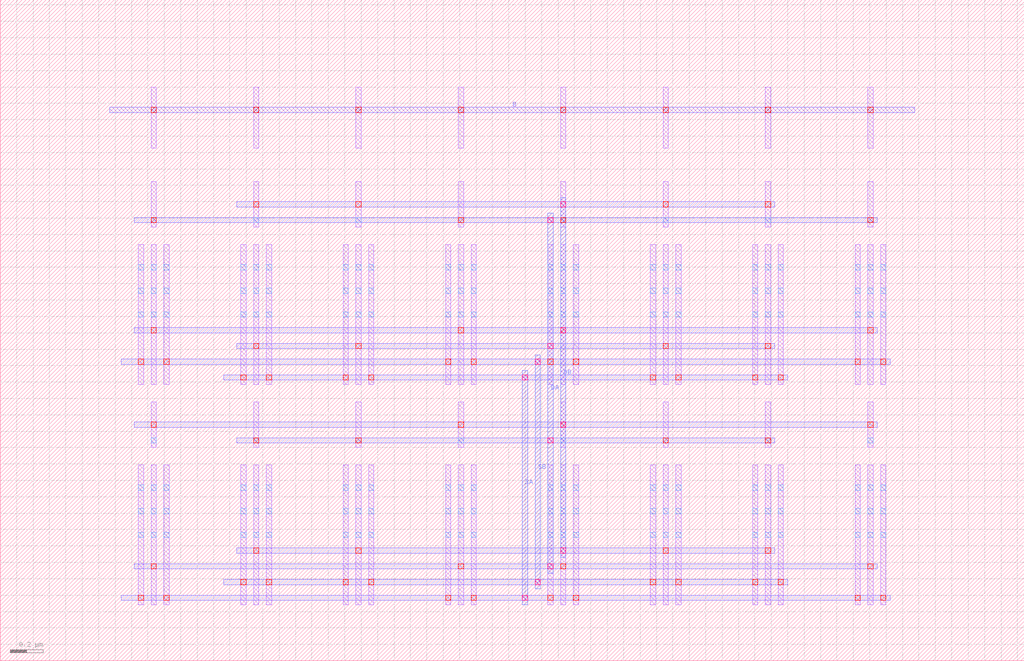
<source format=lef>
MACRO Switch_NMOS_n12_X4_Y2
  ORIGIN 0 0 ;
  FOREIGN Switch_NMOS_n12_X4_Y2 0 0 ;
  SIZE 2.3400 BY 4.0320 ;
  PIN S
    DIRECTION INOUT ;
    USE SIGNAL ;
    PORT
      LAYER M3 ;
        RECT 0.9980 0.3420 1.0300 1.7700 ;
    END
  END S
  PIN D
    DIRECTION INOUT ;
    USE SIGNAL ;
    PORT
      LAYER M3 ;
        RECT 1.0760 0.4380 1.1080 1.8660 ;
    END
  END D
  PIN G
    DIRECTION INOUT ;
    USE SIGNAL ;
    PORT
      LAYER M3 ;
        RECT 1.1540 1.3020 1.1860 2.7300 ;
    END
  END G
  PIN B
    DIRECTION INOUT ;
    USE SIGNAL ;
    PORT
      LAYER M2 ;
        RECT 0.6660 3.3440 1.6740 3.3760 ;
    END
  END B
  OBS
    LAYER M1 ;
      RECT 0.9200 0.3420 0.9520 1.1940 ;
    LAYER M1 ;
      RECT 0.9200 1.3020 0.9520 1.5780 ;
    LAYER M1 ;
      RECT 0.9200 1.6860 0.9520 2.5380 ;
    LAYER M1 ;
      RECT 0.9200 2.6460 0.9520 2.9220 ;
    LAYER M1 ;
      RECT 0.9200 3.1260 0.9520 3.4980 ;
    LAYER M1 ;
      RECT 0.8420 0.3420 0.8740 1.1940 ;
    LAYER M1 ;
      RECT 0.8420 1.6860 0.8740 2.5380 ;
    LAYER M1 ;
      RECT 0.9980 0.3420 1.0300 1.1940 ;
    LAYER M1 ;
      RECT 0.9980 1.6860 1.0300 2.5380 ;
    LAYER M1 ;
      RECT 1.0760 0.3420 1.1080 1.1940 ;
    LAYER M1 ;
      RECT 1.0760 1.3020 1.1080 1.5780 ;
    LAYER M1 ;
      RECT 1.0760 1.6860 1.1080 2.5380 ;
    LAYER M1 ;
      RECT 1.0760 2.6460 1.1080 2.9220 ;
    LAYER M1 ;
      RECT 1.1540 0.3420 1.1860 1.1940 ;
    LAYER M1 ;
      RECT 1.1540 1.6860 1.1860 2.5380 ;
    LAYER M1 ;
      RECT 1.2320 0.3420 1.2640 1.1940 ;
    LAYER M1 ;
      RECT 1.2320 1.3020 1.2640 1.5780 ;
    LAYER M1 ;
      RECT 1.2320 1.6860 1.2640 2.5380 ;
    LAYER M1 ;
      RECT 1.2320 2.6460 1.2640 2.9220 ;
    LAYER M1 ;
      RECT 1.3100 0.3420 1.3420 1.1940 ;
    LAYER M1 ;
      RECT 1.3100 1.6860 1.3420 2.5380 ;
    LAYER M1 ;
      RECT 1.3880 0.3420 1.4200 1.1940 ;
    LAYER M1 ;
      RECT 1.3880 1.3020 1.4200 1.5780 ;
    LAYER M1 ;
      RECT 1.3880 1.6860 1.4200 2.5380 ;
    LAYER M1 ;
      RECT 1.3880 2.6460 1.4200 2.9220 ;
    LAYER M1 ;
      RECT 1.3880 3.1260 1.4200 3.4980 ;
    LAYER M1 ;
      RECT 1.4660 0.3420 1.4980 1.1940 ;
    LAYER M1 ;
      RECT 1.4660 1.6860 1.4980 2.5380 ;
    LAYER M2 ;
      RECT 0.7380 0.3680 1.5240 0.4000 ;
    LAYER M2 ;
      RECT 0.8160 0.4640 1.4460 0.4960 ;
    LAYER M2 ;
      RECT 0.8160 1.3280 1.4460 1.3600 ;
    LAYER M2 ;
      RECT 0.7380 1.7120 1.5240 1.7440 ;
    LAYER M2 ;
      RECT 0.8160 1.8080 1.4460 1.8400 ;
    LAYER M2 ;
      RECT 0.8160 2.6720 1.4460 2.7040 ;
    LAYER V1 ;
      RECT 0.9200 0.4640 0.9520 0.4960 ;
    LAYER V1 ;
      RECT 0.9200 1.3280 0.9520 1.3600 ;
    LAYER V1 ;
      RECT 0.9200 1.8080 0.9520 1.8400 ;
    LAYER V1 ;
      RECT 0.9200 2.6720 0.9520 2.7040 ;
    LAYER V1 ;
      RECT 0.9200 3.3440 0.9520 3.3760 ;
    LAYER V1 ;
      RECT 1.3880 0.4640 1.4200 0.4960 ;
    LAYER V1 ;
      RECT 1.3880 1.3280 1.4200 1.3600 ;
    LAYER V1 ;
      RECT 1.3880 1.8080 1.4200 1.8400 ;
    LAYER V1 ;
      RECT 1.3880 2.6720 1.4200 2.7040 ;
    LAYER V1 ;
      RECT 1.3880 3.3440 1.4200 3.3760 ;
    LAYER V1 ;
      RECT 0.8420 0.3680 0.8740 0.4000 ;
    LAYER V1 ;
      RECT 0.8420 1.7120 0.8740 1.7440 ;
    LAYER V1 ;
      RECT 0.9980 0.3680 1.0300 0.4000 ;
    LAYER V1 ;
      RECT 0.9980 1.7120 1.0300 1.7440 ;
    LAYER V1 ;
      RECT 1.1540 0.3680 1.1860 0.4000 ;
    LAYER V1 ;
      RECT 1.1540 1.7120 1.1860 1.7440 ;
    LAYER V1 ;
      RECT 1.3100 0.3680 1.3420 0.4000 ;
    LAYER V1 ;
      RECT 1.3100 1.7120 1.3420 1.7440 ;
    LAYER V1 ;
      RECT 1.4660 0.3680 1.4980 0.4000 ;
    LAYER V1 ;
      RECT 1.4660 1.7120 1.4980 1.7440 ;
    LAYER V1 ;
      RECT 1.2320 0.4640 1.2640 0.4960 ;
    LAYER V1 ;
      RECT 1.2320 1.3280 1.2640 1.3600 ;
    LAYER V1 ;
      RECT 1.2320 1.8080 1.2640 1.8400 ;
    LAYER V1 ;
      RECT 1.2320 2.6720 1.2640 2.7040 ;
    LAYER V1 ;
      RECT 1.0760 0.4640 1.1080 0.4960 ;
    LAYER V1 ;
      RECT 1.0760 1.3280 1.1080 1.3600 ;
    LAYER V1 ;
      RECT 1.0760 1.8080 1.1080 1.8400 ;
    LAYER V1 ;
      RECT 1.0760 2.6720 1.1080 2.7040 ;
    LAYER V2 ;
      RECT 0.9980 0.3680 1.0300 0.4000 ;
    LAYER V2 ;
      RECT 0.9980 1.7120 1.0300 1.7440 ;
    LAYER V2 ;
      RECT 1.0760 0.4640 1.1080 0.4960 ;
    LAYER V2 ;
      RECT 1.0760 1.8080 1.1080 1.8400 ;
    LAYER V2 ;
      RECT 1.1540 1.3280 1.1860 1.3600 ;
    LAYER V2 ;
      RECT 1.1540 2.6720 1.1860 2.7040 ;
    LAYER V0 ;
      RECT 0.9200 0.8960 0.9520 0.9280 ;
    LAYER V0 ;
      RECT 0.9200 1.0400 0.9520 1.0720 ;
    LAYER V0 ;
      RECT 0.9200 1.3280 0.9520 1.3600 ;
    LAYER V0 ;
      RECT 0.9200 2.2400 0.9520 2.2720 ;
    LAYER V0 ;
      RECT 0.9200 2.3840 0.9520 2.4160 ;
    LAYER V0 ;
      RECT 0.9200 2.6720 0.9520 2.7040 ;
    LAYER V0 ;
      RECT 0.9200 3.3440 0.9520 3.3760 ;
    LAYER V0 ;
      RECT 0.9200 3.3440 0.9520 3.3760 ;
    LAYER V0 ;
      RECT 0.8420 0.7520 0.8740 0.7840 ;
    LAYER V0 ;
      RECT 0.8420 0.8960 0.8740 0.9280 ;
    LAYER V0 ;
      RECT 0.8420 1.0400 0.8740 1.0720 ;
    LAYER V0 ;
      RECT 0.8420 2.0960 0.8740 2.1280 ;
    LAYER V0 ;
      RECT 0.8420 2.2400 0.8740 2.2720 ;
    LAYER V0 ;
      RECT 0.8420 2.3840 0.8740 2.4160 ;
    LAYER V0 ;
      RECT 0.9980 0.7520 1.0300 0.7840 ;
    LAYER V0 ;
      RECT 0.9980 0.7520 1.0300 0.7840 ;
    LAYER V0 ;
      RECT 0.9980 0.8960 1.0300 0.9280 ;
    LAYER V0 ;
      RECT 0.9980 0.8960 1.0300 0.9280 ;
    LAYER V0 ;
      RECT 0.9980 1.0400 1.0300 1.0720 ;
    LAYER V0 ;
      RECT 0.9980 1.0400 1.0300 1.0720 ;
    LAYER V0 ;
      RECT 0.9980 2.0960 1.0300 2.1280 ;
    LAYER V0 ;
      RECT 0.9980 2.0960 1.0300 2.1280 ;
    LAYER V0 ;
      RECT 0.9980 2.2400 1.0300 2.2720 ;
    LAYER V0 ;
      RECT 0.9980 2.2400 1.0300 2.2720 ;
    LAYER V0 ;
      RECT 0.9980 2.3840 1.0300 2.4160 ;
    LAYER V0 ;
      RECT 0.9980 2.3840 1.0300 2.4160 ;
    LAYER V0 ;
      RECT 1.0760 0.7520 1.1080 0.7840 ;
    LAYER V0 ;
      RECT 1.0760 1.0400 1.1080 1.0720 ;
    LAYER V0 ;
      RECT 1.0760 1.3280 1.1080 1.3600 ;
    LAYER V0 ;
      RECT 1.0760 2.0960 1.1080 2.1280 ;
    LAYER V0 ;
      RECT 1.0760 2.3840 1.1080 2.4160 ;
    LAYER V0 ;
      RECT 1.0760 2.6720 1.1080 2.7040 ;
    LAYER V0 ;
      RECT 1.1540 0.7520 1.1860 0.7840 ;
    LAYER V0 ;
      RECT 1.1540 0.7520 1.1860 0.7840 ;
    LAYER V0 ;
      RECT 1.1540 0.8960 1.1860 0.9280 ;
    LAYER V0 ;
      RECT 1.1540 0.8960 1.1860 0.9280 ;
    LAYER V0 ;
      RECT 1.1540 1.0400 1.1860 1.0720 ;
    LAYER V0 ;
      RECT 1.1540 1.0400 1.1860 1.0720 ;
    LAYER V0 ;
      RECT 1.1540 2.0960 1.1860 2.1280 ;
    LAYER V0 ;
      RECT 1.1540 2.0960 1.1860 2.1280 ;
    LAYER V0 ;
      RECT 1.1540 2.2400 1.1860 2.2720 ;
    LAYER V0 ;
      RECT 1.1540 2.2400 1.1860 2.2720 ;
    LAYER V0 ;
      RECT 1.1540 2.3840 1.1860 2.4160 ;
    LAYER V0 ;
      RECT 1.1540 2.3840 1.1860 2.4160 ;
    LAYER V0 ;
      RECT 1.2320 0.7520 1.2640 0.7840 ;
    LAYER V0 ;
      RECT 1.2320 0.8960 1.2640 0.9280 ;
    LAYER V0 ;
      RECT 1.2320 1.3280 1.2640 1.3600 ;
    LAYER V0 ;
      RECT 1.2320 2.0960 1.2640 2.1280 ;
    LAYER V0 ;
      RECT 1.2320 2.2400 1.2640 2.2720 ;
    LAYER V0 ;
      RECT 1.2320 2.6720 1.2640 2.7040 ;
    LAYER V0 ;
      RECT 1.3100 0.7520 1.3420 0.7840 ;
    LAYER V0 ;
      RECT 1.3100 0.7520 1.3420 0.7840 ;
    LAYER V0 ;
      RECT 1.3100 0.8960 1.3420 0.9280 ;
    LAYER V0 ;
      RECT 1.3100 0.8960 1.3420 0.9280 ;
    LAYER V0 ;
      RECT 1.3100 1.0400 1.3420 1.0720 ;
    LAYER V0 ;
      RECT 1.3100 1.0400 1.3420 1.0720 ;
    LAYER V0 ;
      RECT 1.3100 2.0960 1.3420 2.1280 ;
    LAYER V0 ;
      RECT 1.3100 2.0960 1.3420 2.1280 ;
    LAYER V0 ;
      RECT 1.3100 2.2400 1.3420 2.2720 ;
    LAYER V0 ;
      RECT 1.3100 2.2400 1.3420 2.2720 ;
    LAYER V0 ;
      RECT 1.3100 2.3840 1.3420 2.4160 ;
    LAYER V0 ;
      RECT 1.3100 2.3840 1.3420 2.4160 ;
    LAYER V0 ;
      RECT 1.3880 0.8960 1.4200 0.9280 ;
    LAYER V0 ;
      RECT 1.3880 1.0400 1.4200 1.0720 ;
    LAYER V0 ;
      RECT 1.3880 1.3280 1.4200 1.3600 ;
    LAYER V0 ;
      RECT 1.3880 2.2400 1.4200 2.2720 ;
    LAYER V0 ;
      RECT 1.3880 2.3840 1.4200 2.4160 ;
    LAYER V0 ;
      RECT 1.3880 2.6720 1.4200 2.7040 ;
    LAYER V0 ;
      RECT 1.3880 3.3440 1.4200 3.3760 ;
    LAYER V0 ;
      RECT 1.3880 3.3440 1.4200 3.3760 ;
    LAYER V0 ;
      RECT 1.4660 0.7520 1.4980 0.7840 ;
    LAYER V0 ;
      RECT 1.4660 0.8960 1.4980 0.9280 ;
    LAYER V0 ;
      RECT 1.4660 1.0400 1.4980 1.0720 ;
    LAYER V0 ;
      RECT 1.4660 2.0960 1.4980 2.1280 ;
    LAYER V0 ;
      RECT 1.4660 2.2400 1.4980 2.2720 ;
    LAYER V0 ;
      RECT 1.4660 2.3840 1.4980 2.4160 ;
  END
END Switch_NMOS_n12_X4_Y2
MACRO CCP_PMOS_S_n12_X2_Y2
  ORIGIN 0 0 ;
  FOREIGN CCP_PMOS_S_n12_X2_Y2 0 0 ;
  SIZE 3.7440 BY 4.0320 ;
  PIN S
    DIRECTION INOUT ;
    USE SIGNAL ;
    PORT
      LAYER M3 ;
        RECT 1.9340 0.3420 1.9660 1.7700 ;
    END
  END S
  PIN DA
    DIRECTION INOUT ;
    USE SIGNAL ;
    PORT
      LAYER M3 ;
        RECT 2.0120 0.4380 2.0440 2.7300 ;
    END
  END DA
  PIN DB
    DIRECTION INOUT ;
    USE SIGNAL ;
    PORT
      LAYER M3 ;
        RECT 2.0900 0.5340 2.1220 2.8260 ;
    END
  END DB
  PIN B
    DIRECTION INOUT ;
    USE SIGNAL ;
    PORT
      LAYER M2 ;
        RECT 0.6660 3.3440 3.0780 3.3760 ;
    END
  END B
  OBS
    LAYER M1 ;
      RECT 0.9200 0.3420 0.9520 1.1940 ;
    LAYER M1 ;
      RECT 0.9200 1.3020 0.9520 1.5780 ;
    LAYER M1 ;
      RECT 0.9200 1.6860 0.9520 2.5380 ;
    LAYER M1 ;
      RECT 0.9200 2.6460 0.9520 2.9220 ;
    LAYER M1 ;
      RECT 0.9200 3.1260 0.9520 3.4980 ;
    LAYER M1 ;
      RECT 0.8420 0.3420 0.8740 1.1940 ;
    LAYER M1 ;
      RECT 0.8420 1.6860 0.8740 2.5380 ;
    LAYER M1 ;
      RECT 0.9980 0.3420 1.0300 1.1940 ;
    LAYER M1 ;
      RECT 0.9980 1.6860 1.0300 2.5380 ;
    LAYER M1 ;
      RECT 1.5440 0.3420 1.5760 1.1940 ;
    LAYER M1 ;
      RECT 1.5440 1.3020 1.5760 1.5780 ;
    LAYER M1 ;
      RECT 1.5440 1.6860 1.5760 2.5380 ;
    LAYER M1 ;
      RECT 1.5440 2.6460 1.5760 2.9220 ;
    LAYER M1 ;
      RECT 1.5440 3.1260 1.5760 3.4980 ;
    LAYER M1 ;
      RECT 1.4660 0.3420 1.4980 1.1940 ;
    LAYER M1 ;
      RECT 1.4660 1.6860 1.4980 2.5380 ;
    LAYER M1 ;
      RECT 1.6220 0.3420 1.6540 1.1940 ;
    LAYER M1 ;
      RECT 1.6220 1.6860 1.6540 2.5380 ;
    LAYER M1 ;
      RECT 2.1680 0.3420 2.2000 1.1940 ;
    LAYER M1 ;
      RECT 2.1680 1.3020 2.2000 1.5780 ;
    LAYER M1 ;
      RECT 2.1680 1.6860 2.2000 2.5380 ;
    LAYER M1 ;
      RECT 2.1680 2.6460 2.2000 2.9220 ;
    LAYER M1 ;
      RECT 2.1680 3.1260 2.2000 3.4980 ;
    LAYER M1 ;
      RECT 2.0900 0.3420 2.1220 1.1940 ;
    LAYER M1 ;
      RECT 2.0900 1.6860 2.1220 2.5380 ;
    LAYER M1 ;
      RECT 2.2460 0.3420 2.2780 1.1940 ;
    LAYER M1 ;
      RECT 2.2460 1.6860 2.2780 2.5380 ;
    LAYER M1 ;
      RECT 2.7920 0.3420 2.8240 1.1940 ;
    LAYER M1 ;
      RECT 2.7920 1.3020 2.8240 1.5780 ;
    LAYER M1 ;
      RECT 2.7920 1.6860 2.8240 2.5380 ;
    LAYER M1 ;
      RECT 2.7920 2.6460 2.8240 2.9220 ;
    LAYER M1 ;
      RECT 2.7920 3.1260 2.8240 3.4980 ;
    LAYER M1 ;
      RECT 2.7140 0.3420 2.7460 1.1940 ;
    LAYER M1 ;
      RECT 2.7140 1.6860 2.7460 2.5380 ;
    LAYER M1 ;
      RECT 2.8700 0.3420 2.9020 1.1940 ;
    LAYER M1 ;
      RECT 2.8700 1.6860 2.9020 2.5380 ;
    LAYER M2 ;
      RECT 0.7380 0.3680 2.9280 0.4000 ;
    LAYER M2 ;
      RECT 1.4400 1.3280 2.2260 1.3600 ;
    LAYER M2 ;
      RECT 0.8160 0.4640 2.8500 0.4960 ;
    LAYER M2 ;
      RECT 1.4400 0.5600 2.2260 0.5920 ;
    LAYER M2 ;
      RECT 0.8160 1.4240 2.8500 1.4560 ;
    LAYER M2 ;
      RECT 0.7380 1.7120 2.9280 1.7440 ;
    LAYER M2 ;
      RECT 1.4400 1.8080 2.2260 1.8400 ;
    LAYER M2 ;
      RECT 0.8160 2.6720 2.8500 2.7040 ;
    LAYER M2 ;
      RECT 1.4400 2.7680 2.2260 2.8000 ;
    LAYER M2 ;
      RECT 0.8160 1.9040 2.8500 1.9360 ;
    LAYER V1 ;
      RECT 0.9200 0.4640 0.9520 0.4960 ;
    LAYER V1 ;
      RECT 0.9200 1.4240 0.9520 1.4560 ;
    LAYER V1 ;
      RECT 0.9200 1.9040 0.9520 1.9360 ;
    LAYER V1 ;
      RECT 0.9200 2.6720 0.9520 2.7040 ;
    LAYER V1 ;
      RECT 0.9200 3.3440 0.9520 3.3760 ;
    LAYER V1 ;
      RECT 1.5440 0.5600 1.5760 0.5920 ;
    LAYER V1 ;
      RECT 1.5440 1.3280 1.5760 1.3600 ;
    LAYER V1 ;
      RECT 1.5440 1.8080 1.5760 1.8400 ;
    LAYER V1 ;
      RECT 1.5440 2.7680 1.5760 2.8000 ;
    LAYER V1 ;
      RECT 1.5440 3.3440 1.5760 3.3760 ;
    LAYER V1 ;
      RECT 2.1680 0.5600 2.2000 0.5920 ;
    LAYER V1 ;
      RECT 2.1680 1.3280 2.2000 1.3600 ;
    LAYER V1 ;
      RECT 2.1680 1.8080 2.2000 1.8400 ;
    LAYER V1 ;
      RECT 2.1680 2.7680 2.2000 2.8000 ;
    LAYER V1 ;
      RECT 2.1680 3.3440 2.2000 3.3760 ;
    LAYER V1 ;
      RECT 2.7920 0.4640 2.8240 0.4960 ;
    LAYER V1 ;
      RECT 2.7920 1.4240 2.8240 1.4560 ;
    LAYER V1 ;
      RECT 2.7920 1.9040 2.8240 1.9360 ;
    LAYER V1 ;
      RECT 2.7920 2.6720 2.8240 2.7040 ;
    LAYER V1 ;
      RECT 2.7920 3.3440 2.8240 3.3760 ;
    LAYER V1 ;
      RECT 0.8420 0.3680 0.8740 0.4000 ;
    LAYER V1 ;
      RECT 0.8420 1.7120 0.8740 1.7440 ;
    LAYER V1 ;
      RECT 0.9980 0.3680 1.0300 0.4000 ;
    LAYER V1 ;
      RECT 0.9980 1.7120 1.0300 1.7440 ;
    LAYER V1 ;
      RECT 1.4660 0.3680 1.4980 0.4000 ;
    LAYER V1 ;
      RECT 1.4660 1.7120 1.4980 1.7440 ;
    LAYER V1 ;
      RECT 1.6220 0.3680 1.6540 0.4000 ;
    LAYER V1 ;
      RECT 1.6220 1.7120 1.6540 1.7440 ;
    LAYER V1 ;
      RECT 2.0900 0.3680 2.1220 0.4000 ;
    LAYER V1 ;
      RECT 2.0900 1.7120 2.1220 1.7440 ;
    LAYER V1 ;
      RECT 2.2460 0.3680 2.2780 0.4000 ;
    LAYER V1 ;
      RECT 2.2460 1.7120 2.2780 1.7440 ;
    LAYER V1 ;
      RECT 2.7140 0.3680 2.7460 0.4000 ;
    LAYER V1 ;
      RECT 2.7140 1.7120 2.7460 1.7440 ;
    LAYER V1 ;
      RECT 2.8700 0.3680 2.9020 0.4000 ;
    LAYER V1 ;
      RECT 2.8700 1.7120 2.9020 1.7440 ;
    LAYER V2 ;
      RECT 1.9340 0.3680 1.9660 0.4000 ;
    LAYER V2 ;
      RECT 1.9340 1.7120 1.9660 1.7440 ;
    LAYER V2 ;
      RECT 2.0120 0.4640 2.0440 0.4960 ;
    LAYER V2 ;
      RECT 2.0120 1.3280 2.0440 1.3600 ;
    LAYER V2 ;
      RECT 2.0120 1.8080 2.0440 1.8400 ;
    LAYER V2 ;
      RECT 2.0120 2.6720 2.0440 2.7040 ;
    LAYER V2 ;
      RECT 2.0900 0.5600 2.1220 0.5920 ;
    LAYER V2 ;
      RECT 2.0900 1.4240 2.1220 1.4560 ;
    LAYER V2 ;
      RECT 2.0900 1.9040 2.1220 1.9360 ;
    LAYER V2 ;
      RECT 2.0900 2.7680 2.1220 2.8000 ;
    LAYER V0 ;
      RECT 0.9200 0.7520 0.9520 0.7840 ;
    LAYER V0 ;
      RECT 0.9200 0.8960 0.9520 0.9280 ;
    LAYER V0 ;
      RECT 0.9200 1.0400 0.9520 1.0720 ;
    LAYER V0 ;
      RECT 0.9200 1.3280 0.9520 1.3600 ;
    LAYER V0 ;
      RECT 0.9200 2.0960 0.9520 2.1280 ;
    LAYER V0 ;
      RECT 0.9200 2.2400 0.9520 2.2720 ;
    LAYER V0 ;
      RECT 0.9200 2.3840 0.9520 2.4160 ;
    LAYER V0 ;
      RECT 0.9200 2.6720 0.9520 2.7040 ;
    LAYER V0 ;
      RECT 0.9200 3.3440 0.9520 3.3760 ;
    LAYER V0 ;
      RECT 0.9200 3.3440 0.9520 3.3760 ;
    LAYER V0 ;
      RECT 0.8420 0.7520 0.8740 0.7840 ;
    LAYER V0 ;
      RECT 0.8420 0.8960 0.8740 0.9280 ;
    LAYER V0 ;
      RECT 0.8420 1.0400 0.8740 1.0720 ;
    LAYER V0 ;
      RECT 0.8420 2.0960 0.8740 2.1280 ;
    LAYER V0 ;
      RECT 0.8420 2.2400 0.8740 2.2720 ;
    LAYER V0 ;
      RECT 0.8420 2.3840 0.8740 2.4160 ;
    LAYER V0 ;
      RECT 0.9980 0.7520 1.0300 0.7840 ;
    LAYER V0 ;
      RECT 0.9980 0.8960 1.0300 0.9280 ;
    LAYER V0 ;
      RECT 0.9980 1.0400 1.0300 1.0720 ;
    LAYER V0 ;
      RECT 0.9980 2.0960 1.0300 2.1280 ;
    LAYER V0 ;
      RECT 0.9980 2.2400 1.0300 2.2720 ;
    LAYER V0 ;
      RECT 0.9980 2.3840 1.0300 2.4160 ;
    LAYER V0 ;
      RECT 1.5440 0.7520 1.5760 0.7840 ;
    LAYER V0 ;
      RECT 1.5440 0.8960 1.5760 0.9280 ;
    LAYER V0 ;
      RECT 1.5440 1.0400 1.5760 1.0720 ;
    LAYER V0 ;
      RECT 1.5440 1.3280 1.5760 1.3600 ;
    LAYER V0 ;
      RECT 1.5440 2.0960 1.5760 2.1280 ;
    LAYER V0 ;
      RECT 1.5440 2.2400 1.5760 2.2720 ;
    LAYER V0 ;
      RECT 1.5440 2.3840 1.5760 2.4160 ;
    LAYER V0 ;
      RECT 1.5440 2.6720 1.5760 2.7040 ;
    LAYER V0 ;
      RECT 1.5440 3.3440 1.5760 3.3760 ;
    LAYER V0 ;
      RECT 1.5440 3.3440 1.5760 3.3760 ;
    LAYER V0 ;
      RECT 1.4660 0.7520 1.4980 0.7840 ;
    LAYER V0 ;
      RECT 1.4660 0.8960 1.4980 0.9280 ;
    LAYER V0 ;
      RECT 1.4660 1.0400 1.4980 1.0720 ;
    LAYER V0 ;
      RECT 1.4660 2.0960 1.4980 2.1280 ;
    LAYER V0 ;
      RECT 1.4660 2.2400 1.4980 2.2720 ;
    LAYER V0 ;
      RECT 1.4660 2.3840 1.4980 2.4160 ;
    LAYER V0 ;
      RECT 1.6220 0.7520 1.6540 0.7840 ;
    LAYER V0 ;
      RECT 1.6220 0.8960 1.6540 0.9280 ;
    LAYER V0 ;
      RECT 1.6220 1.0400 1.6540 1.0720 ;
    LAYER V0 ;
      RECT 1.6220 2.0960 1.6540 2.1280 ;
    LAYER V0 ;
      RECT 1.6220 2.2400 1.6540 2.2720 ;
    LAYER V0 ;
      RECT 1.6220 2.3840 1.6540 2.4160 ;
    LAYER V0 ;
      RECT 2.1680 0.7520 2.2000 0.7840 ;
    LAYER V0 ;
      RECT 2.1680 0.8960 2.2000 0.9280 ;
    LAYER V0 ;
      RECT 2.1680 1.0400 2.2000 1.0720 ;
    LAYER V0 ;
      RECT 2.1680 1.3280 2.2000 1.3600 ;
    LAYER V0 ;
      RECT 2.1680 2.0960 2.2000 2.1280 ;
    LAYER V0 ;
      RECT 2.1680 2.2400 2.2000 2.2720 ;
    LAYER V0 ;
      RECT 2.1680 2.3840 2.2000 2.4160 ;
    LAYER V0 ;
      RECT 2.1680 2.6720 2.2000 2.7040 ;
    LAYER V0 ;
      RECT 2.1680 3.3440 2.2000 3.3760 ;
    LAYER V0 ;
      RECT 2.1680 3.3440 2.2000 3.3760 ;
    LAYER V0 ;
      RECT 2.0900 0.7520 2.1220 0.7840 ;
    LAYER V0 ;
      RECT 2.0900 0.8960 2.1220 0.9280 ;
    LAYER V0 ;
      RECT 2.0900 1.0400 2.1220 1.0720 ;
    LAYER V0 ;
      RECT 2.0900 2.0960 2.1220 2.1280 ;
    LAYER V0 ;
      RECT 2.0900 2.2400 2.1220 2.2720 ;
    LAYER V0 ;
      RECT 2.0900 2.3840 2.1220 2.4160 ;
    LAYER V0 ;
      RECT 2.2460 0.7520 2.2780 0.7840 ;
    LAYER V0 ;
      RECT 2.2460 0.8960 2.2780 0.9280 ;
    LAYER V0 ;
      RECT 2.2460 1.0400 2.2780 1.0720 ;
    LAYER V0 ;
      RECT 2.2460 2.0960 2.2780 2.1280 ;
    LAYER V0 ;
      RECT 2.2460 2.2400 2.2780 2.2720 ;
    LAYER V0 ;
      RECT 2.2460 2.3840 2.2780 2.4160 ;
    LAYER V0 ;
      RECT 2.7920 0.7520 2.8240 0.7840 ;
    LAYER V0 ;
      RECT 2.7920 0.8960 2.8240 0.9280 ;
    LAYER V0 ;
      RECT 2.7920 1.0400 2.8240 1.0720 ;
    LAYER V0 ;
      RECT 2.7920 1.3280 2.8240 1.3600 ;
    LAYER V0 ;
      RECT 2.7920 2.0960 2.8240 2.1280 ;
    LAYER V0 ;
      RECT 2.7920 2.2400 2.8240 2.2720 ;
    LAYER V0 ;
      RECT 2.7920 2.3840 2.8240 2.4160 ;
    LAYER V0 ;
      RECT 2.7920 2.6720 2.8240 2.7040 ;
    LAYER V0 ;
      RECT 2.7920 3.3440 2.8240 3.3760 ;
    LAYER V0 ;
      RECT 2.7920 3.3440 2.8240 3.3760 ;
    LAYER V0 ;
      RECT 2.7140 0.7520 2.7460 0.7840 ;
    LAYER V0 ;
      RECT 2.7140 0.8960 2.7460 0.9280 ;
    LAYER V0 ;
      RECT 2.7140 1.0400 2.7460 1.0720 ;
    LAYER V0 ;
      RECT 2.7140 2.0960 2.7460 2.1280 ;
    LAYER V0 ;
      RECT 2.7140 2.2400 2.7460 2.2720 ;
    LAYER V0 ;
      RECT 2.7140 2.3840 2.7460 2.4160 ;
    LAYER V0 ;
      RECT 2.8700 0.7520 2.9020 0.7840 ;
    LAYER V0 ;
      RECT 2.8700 0.8960 2.9020 0.9280 ;
    LAYER V0 ;
      RECT 2.8700 1.0400 2.9020 1.0720 ;
    LAYER V0 ;
      RECT 2.8700 2.0960 2.9020 2.1280 ;
    LAYER V0 ;
      RECT 2.8700 2.2400 2.9020 2.2720 ;
    LAYER V0 ;
      RECT 2.8700 2.3840 2.9020 2.4160 ;
  END
END CCP_PMOS_S_n12_X2_Y2
MACRO Switch_PMOS_n12_X2_Y2
  ORIGIN 0 0 ;
  FOREIGN Switch_PMOS_n12_X2_Y2 0 0 ;
  SIZE 2.0280 BY 4.0320 ;
  PIN S
    DIRECTION INOUT ;
    USE SIGNAL ;
    PORT
      LAYER M3 ;
        RECT 0.8420 0.3420 0.8740 1.7700 ;
    END
  END S
  PIN D
    DIRECTION INOUT ;
    USE SIGNAL ;
    PORT
      LAYER M3 ;
        RECT 0.9200 0.4380 0.9520 1.8660 ;
    END
  END D
  PIN G
    DIRECTION INOUT ;
    USE SIGNAL ;
    PORT
      LAYER M3 ;
        RECT 0.9980 1.3020 1.0300 2.7300 ;
    END
  END G
  PIN B
    DIRECTION INOUT ;
    USE SIGNAL ;
    PORT
      LAYER M2 ;
        RECT 0.6660 3.3440 1.3620 3.3760 ;
    END
  END B
  OBS
    LAYER M1 ;
      RECT 0.9200 0.3420 0.9520 1.1940 ;
    LAYER M1 ;
      RECT 0.9200 1.3020 0.9520 1.5780 ;
    LAYER M1 ;
      RECT 0.9200 1.6860 0.9520 2.5380 ;
    LAYER M1 ;
      RECT 0.9200 2.6460 0.9520 2.9220 ;
    LAYER M1 ;
      RECT 0.9200 3.1260 0.9520 3.4980 ;
    LAYER M1 ;
      RECT 0.8420 0.3420 0.8740 1.1940 ;
    LAYER M1 ;
      RECT 0.8420 1.6860 0.8740 2.5380 ;
    LAYER M1 ;
      RECT 0.9980 0.3420 1.0300 1.1940 ;
    LAYER M1 ;
      RECT 0.9980 1.6860 1.0300 2.5380 ;
    LAYER M1 ;
      RECT 1.0760 0.3420 1.1080 1.1940 ;
    LAYER M1 ;
      RECT 1.0760 1.3020 1.1080 1.5780 ;
    LAYER M1 ;
      RECT 1.0760 1.6860 1.1080 2.5380 ;
    LAYER M1 ;
      RECT 1.0760 2.6460 1.1080 2.9220 ;
    LAYER M1 ;
      RECT 1.1540 0.3420 1.1860 1.1940 ;
    LAYER M1 ;
      RECT 1.1540 1.6860 1.1860 2.5380 ;
    LAYER M2 ;
      RECT 0.7380 0.3680 1.2120 0.4000 ;
    LAYER M2 ;
      RECT 0.8160 0.4640 1.1340 0.4960 ;
    LAYER M2 ;
      RECT 0.8160 1.3280 1.1340 1.3600 ;
    LAYER M2 ;
      RECT 0.7380 1.7120 1.2120 1.7440 ;
    LAYER M2 ;
      RECT 0.8160 1.8080 1.1340 1.8400 ;
    LAYER M2 ;
      RECT 0.8160 2.6720 1.1340 2.7040 ;
    LAYER V1 ;
      RECT 0.9200 0.4640 0.9520 0.4960 ;
    LAYER V1 ;
      RECT 0.9200 1.3280 0.9520 1.3600 ;
    LAYER V1 ;
      RECT 0.9200 1.8080 0.9520 1.8400 ;
    LAYER V1 ;
      RECT 0.9200 2.6720 0.9520 2.7040 ;
    LAYER V1 ;
      RECT 0.9200 3.3440 0.9520 3.3760 ;
    LAYER V1 ;
      RECT 0.8420 0.3680 0.8740 0.4000 ;
    LAYER V1 ;
      RECT 0.8420 1.7120 0.8740 1.7440 ;
    LAYER V1 ;
      RECT 0.9980 0.3680 1.0300 0.4000 ;
    LAYER V1 ;
      RECT 0.9980 1.7120 1.0300 1.7440 ;
    LAYER V1 ;
      RECT 1.1540 0.3680 1.1860 0.4000 ;
    LAYER V1 ;
      RECT 1.1540 1.7120 1.1860 1.7440 ;
    LAYER V1 ;
      RECT 1.0760 0.4640 1.1080 0.4960 ;
    LAYER V1 ;
      RECT 1.0760 1.3280 1.1080 1.3600 ;
    LAYER V1 ;
      RECT 1.0760 1.8080 1.1080 1.8400 ;
    LAYER V1 ;
      RECT 1.0760 2.6720 1.1080 2.7040 ;
    LAYER V2 ;
      RECT 0.8420 0.3680 0.8740 0.4000 ;
    LAYER V2 ;
      RECT 0.8420 1.7120 0.8740 1.7440 ;
    LAYER V2 ;
      RECT 0.9200 0.4640 0.9520 0.4960 ;
    LAYER V2 ;
      RECT 0.9200 1.8080 0.9520 1.8400 ;
    LAYER V2 ;
      RECT 0.9980 1.3280 1.0300 1.3600 ;
    LAYER V2 ;
      RECT 0.9980 2.6720 1.0300 2.7040 ;
    LAYER V0 ;
      RECT 0.9200 0.8960 0.9520 0.9280 ;
    LAYER V0 ;
      RECT 0.9200 1.0400 0.9520 1.0720 ;
    LAYER V0 ;
      RECT 0.9200 1.3280 0.9520 1.3600 ;
    LAYER V0 ;
      RECT 0.9200 2.2400 0.9520 2.2720 ;
    LAYER V0 ;
      RECT 0.9200 2.3840 0.9520 2.4160 ;
    LAYER V0 ;
      RECT 0.9200 2.6720 0.9520 2.7040 ;
    LAYER V0 ;
      RECT 0.9200 3.3440 0.9520 3.3760 ;
    LAYER V0 ;
      RECT 0.9200 3.3440 0.9520 3.3760 ;
    LAYER V0 ;
      RECT 0.8420 0.7520 0.8740 0.7840 ;
    LAYER V0 ;
      RECT 0.8420 0.8960 0.8740 0.9280 ;
    LAYER V0 ;
      RECT 0.8420 1.0400 0.8740 1.0720 ;
    LAYER V0 ;
      RECT 0.8420 2.0960 0.8740 2.1280 ;
    LAYER V0 ;
      RECT 0.8420 2.2400 0.8740 2.2720 ;
    LAYER V0 ;
      RECT 0.8420 2.3840 0.8740 2.4160 ;
    LAYER V0 ;
      RECT 0.9980 0.7520 1.0300 0.7840 ;
    LAYER V0 ;
      RECT 0.9980 0.7520 1.0300 0.7840 ;
    LAYER V0 ;
      RECT 0.9980 0.8960 1.0300 0.9280 ;
    LAYER V0 ;
      RECT 0.9980 0.8960 1.0300 0.9280 ;
    LAYER V0 ;
      RECT 0.9980 1.0400 1.0300 1.0720 ;
    LAYER V0 ;
      RECT 0.9980 1.0400 1.0300 1.0720 ;
    LAYER V0 ;
      RECT 0.9980 2.0960 1.0300 2.1280 ;
    LAYER V0 ;
      RECT 0.9980 2.0960 1.0300 2.1280 ;
    LAYER V0 ;
      RECT 0.9980 2.2400 1.0300 2.2720 ;
    LAYER V0 ;
      RECT 0.9980 2.2400 1.0300 2.2720 ;
    LAYER V0 ;
      RECT 0.9980 2.3840 1.0300 2.4160 ;
    LAYER V0 ;
      RECT 0.9980 2.3840 1.0300 2.4160 ;
    LAYER V0 ;
      RECT 1.0760 0.7520 1.1080 0.7840 ;
    LAYER V0 ;
      RECT 1.0760 1.0400 1.1080 1.0720 ;
    LAYER V0 ;
      RECT 1.0760 1.3280 1.1080 1.3600 ;
    LAYER V0 ;
      RECT 1.0760 2.0960 1.1080 2.1280 ;
    LAYER V0 ;
      RECT 1.0760 2.3840 1.1080 2.4160 ;
    LAYER V0 ;
      RECT 1.0760 2.6720 1.1080 2.7040 ;
    LAYER V0 ;
      RECT 1.1540 0.7520 1.1860 0.7840 ;
    LAYER V0 ;
      RECT 1.1540 0.8960 1.1860 0.9280 ;
    LAYER V0 ;
      RECT 1.1540 1.0400 1.1860 1.0720 ;
    LAYER V0 ;
      RECT 1.1540 2.0960 1.1860 2.1280 ;
    LAYER V0 ;
      RECT 1.1540 2.2400 1.1860 2.2720 ;
    LAYER V0 ;
      RECT 1.1540 2.3840 1.1860 2.4160 ;
  END
END Switch_PMOS_n12_X2_Y2
MACRO DP_NMOS_n12_X4_Y4
  ORIGIN 0 0 ;
  FOREIGN DP_NMOS_n12_X4_Y4 0 0 ;
  SIZE 2.9640 BY 6.7200 ;
  PIN GA
    DIRECTION INOUT ;
    USE SIGNAL ;
    PORT
      LAYER M3 ;
        RECT 1.2320 1.3020 1.2640 5.4180 ;
    END
  END GA
  PIN DA
    DIRECTION INOUT ;
    USE SIGNAL ;
    PORT
      LAYER M3 ;
        RECT 1.3100 0.3420 1.3420 4.4580 ;
    END
  END DA
  PIN S
    DIRECTION INOUT ;
    USE SIGNAL ;
    PORT
      LAYER M3 ;
        RECT 1.3880 0.4380 1.4200 4.5540 ;
    END
  END S
  PIN DB
    DIRECTION INOUT ;
    USE SIGNAL ;
    PORT
      LAYER M3 ;
        RECT 1.4660 0.5340 1.4980 4.6500 ;
    END
  END DB
  PIN GB
    DIRECTION INOUT ;
    USE SIGNAL ;
    PORT
      LAYER M3 ;
        RECT 1.5440 1.3980 1.5760 5.5140 ;
    END
  END GB
  PIN B
    DIRECTION INOUT ;
    USE SIGNAL ;
    PORT
      LAYER M2 ;
        RECT 0.6660 6.0320 2.2980 6.0640 ;
    END
  END B
  OBS
    LAYER M1 ;
      RECT 0.9200 0.3420 0.9520 1.1940 ;
    LAYER M1 ;
      RECT 0.9200 1.3020 0.9520 1.5780 ;
    LAYER M1 ;
      RECT 0.9200 1.6860 0.9520 2.5380 ;
    LAYER M1 ;
      RECT 0.9200 2.6460 0.9520 2.9220 ;
    LAYER M1 ;
      RECT 0.9200 3.0300 0.9520 3.8820 ;
    LAYER M1 ;
      RECT 0.9200 3.9900 0.9520 4.2660 ;
    LAYER M1 ;
      RECT 0.9200 4.3740 0.9520 5.2260 ;
    LAYER M1 ;
      RECT 0.9200 5.3340 0.9520 5.6100 ;
    LAYER M1 ;
      RECT 0.9200 5.8140 0.9520 6.1860 ;
    LAYER M1 ;
      RECT 0.8420 0.3420 0.8740 1.1940 ;
    LAYER M1 ;
      RECT 0.8420 1.6860 0.8740 2.5380 ;
    LAYER M1 ;
      RECT 0.8420 3.0300 0.8740 3.8820 ;
    LAYER M1 ;
      RECT 0.8420 4.3740 0.8740 5.2260 ;
    LAYER M1 ;
      RECT 0.9980 0.3420 1.0300 1.1940 ;
    LAYER M1 ;
      RECT 0.9980 1.6860 1.0300 2.5380 ;
    LAYER M1 ;
      RECT 0.9980 3.0300 1.0300 3.8820 ;
    LAYER M1 ;
      RECT 0.9980 4.3740 1.0300 5.2260 ;
    LAYER M1 ;
      RECT 1.0760 0.3420 1.1080 1.1940 ;
    LAYER M1 ;
      RECT 1.0760 1.3020 1.1080 1.5780 ;
    LAYER M1 ;
      RECT 1.0760 1.6860 1.1080 2.5380 ;
    LAYER M1 ;
      RECT 1.0760 2.6460 1.1080 2.9220 ;
    LAYER M1 ;
      RECT 1.0760 3.0300 1.1080 3.8820 ;
    LAYER M1 ;
      RECT 1.0760 3.9900 1.1080 4.2660 ;
    LAYER M1 ;
      RECT 1.0760 4.3740 1.1080 5.2260 ;
    LAYER M1 ;
      RECT 1.0760 5.3340 1.1080 5.6100 ;
    LAYER M1 ;
      RECT 1.1540 0.3420 1.1860 1.1940 ;
    LAYER M1 ;
      RECT 1.1540 1.6860 1.1860 2.5380 ;
    LAYER M1 ;
      RECT 1.1540 3.0300 1.1860 3.8820 ;
    LAYER M1 ;
      RECT 1.1540 4.3740 1.1860 5.2260 ;
    LAYER M1 ;
      RECT 1.2320 0.3420 1.2640 1.1940 ;
    LAYER M1 ;
      RECT 1.2320 1.3020 1.2640 1.5780 ;
    LAYER M1 ;
      RECT 1.2320 1.6860 1.2640 2.5380 ;
    LAYER M1 ;
      RECT 1.2320 2.6460 1.2640 2.9220 ;
    LAYER M1 ;
      RECT 1.2320 3.0300 1.2640 3.8820 ;
    LAYER M1 ;
      RECT 1.2320 3.9900 1.2640 4.2660 ;
    LAYER M1 ;
      RECT 1.2320 4.3740 1.2640 5.2260 ;
    LAYER M1 ;
      RECT 1.2320 5.3340 1.2640 5.6100 ;
    LAYER M1 ;
      RECT 1.3100 0.3420 1.3420 1.1940 ;
    LAYER M1 ;
      RECT 1.3100 1.6860 1.3420 2.5380 ;
    LAYER M1 ;
      RECT 1.3100 3.0300 1.3420 3.8820 ;
    LAYER M1 ;
      RECT 1.3100 4.3740 1.3420 5.2260 ;
    LAYER M1 ;
      RECT 1.3880 0.3420 1.4200 1.1940 ;
    LAYER M1 ;
      RECT 1.3880 1.3020 1.4200 1.5780 ;
    LAYER M1 ;
      RECT 1.3880 1.6860 1.4200 2.5380 ;
    LAYER M1 ;
      RECT 1.3880 2.6460 1.4200 2.9220 ;
    LAYER M1 ;
      RECT 1.3880 3.0300 1.4200 3.8820 ;
    LAYER M1 ;
      RECT 1.3880 3.9900 1.4200 4.2660 ;
    LAYER M1 ;
      RECT 1.3880 4.3740 1.4200 5.2260 ;
    LAYER M1 ;
      RECT 1.3880 5.3340 1.4200 5.6100 ;
    LAYER M1 ;
      RECT 1.3880 5.8140 1.4200 6.1860 ;
    LAYER M1 ;
      RECT 1.4660 0.3420 1.4980 1.1940 ;
    LAYER M1 ;
      RECT 1.4660 1.6860 1.4980 2.5380 ;
    LAYER M1 ;
      RECT 1.4660 3.0300 1.4980 3.8820 ;
    LAYER M1 ;
      RECT 1.4660 4.3740 1.4980 5.2260 ;
    LAYER M1 ;
      RECT 1.5440 0.3420 1.5760 1.1940 ;
    LAYER M1 ;
      RECT 1.5440 1.3020 1.5760 1.5780 ;
    LAYER M1 ;
      RECT 1.5440 1.6860 1.5760 2.5380 ;
    LAYER M1 ;
      RECT 1.5440 2.6460 1.5760 2.9220 ;
    LAYER M1 ;
      RECT 1.5440 3.0300 1.5760 3.8820 ;
    LAYER M1 ;
      RECT 1.5440 3.9900 1.5760 4.2660 ;
    LAYER M1 ;
      RECT 1.5440 4.3740 1.5760 5.2260 ;
    LAYER M1 ;
      RECT 1.5440 5.3340 1.5760 5.6100 ;
    LAYER M1 ;
      RECT 1.6220 0.3420 1.6540 1.1940 ;
    LAYER M1 ;
      RECT 1.6220 1.6860 1.6540 2.5380 ;
    LAYER M1 ;
      RECT 1.6220 3.0300 1.6540 3.8820 ;
    LAYER M1 ;
      RECT 1.6220 4.3740 1.6540 5.2260 ;
    LAYER M1 ;
      RECT 1.7000 0.3420 1.7320 1.1940 ;
    LAYER M1 ;
      RECT 1.7000 1.3020 1.7320 1.5780 ;
    LAYER M1 ;
      RECT 1.7000 1.6860 1.7320 2.5380 ;
    LAYER M1 ;
      RECT 1.7000 2.6460 1.7320 2.9220 ;
    LAYER M1 ;
      RECT 1.7000 3.0300 1.7320 3.8820 ;
    LAYER M1 ;
      RECT 1.7000 3.9900 1.7320 4.2660 ;
    LAYER M1 ;
      RECT 1.7000 4.3740 1.7320 5.2260 ;
    LAYER M1 ;
      RECT 1.7000 5.3340 1.7320 5.6100 ;
    LAYER M1 ;
      RECT 1.7780 0.3420 1.8100 1.1940 ;
    LAYER M1 ;
      RECT 1.7780 1.6860 1.8100 2.5380 ;
    LAYER M1 ;
      RECT 1.7780 3.0300 1.8100 3.8820 ;
    LAYER M1 ;
      RECT 1.7780 4.3740 1.8100 5.2260 ;
    LAYER M1 ;
      RECT 1.8560 0.3420 1.8880 1.1940 ;
    LAYER M1 ;
      RECT 1.8560 1.3020 1.8880 1.5780 ;
    LAYER M1 ;
      RECT 1.8560 1.6860 1.8880 2.5380 ;
    LAYER M1 ;
      RECT 1.8560 2.6460 1.8880 2.9220 ;
    LAYER M1 ;
      RECT 1.8560 3.0300 1.8880 3.8820 ;
    LAYER M1 ;
      RECT 1.8560 3.9900 1.8880 4.2660 ;
    LAYER M1 ;
      RECT 1.8560 4.3740 1.8880 5.2260 ;
    LAYER M1 ;
      RECT 1.8560 5.3340 1.8880 5.6100 ;
    LAYER M1 ;
      RECT 1.8560 5.8140 1.8880 6.1860 ;
    LAYER M1 ;
      RECT 1.9340 0.3420 1.9660 1.1940 ;
    LAYER M1 ;
      RECT 1.9340 1.6860 1.9660 2.5380 ;
    LAYER M1 ;
      RECT 1.9340 3.0300 1.9660 3.8820 ;
    LAYER M1 ;
      RECT 1.9340 4.3740 1.9660 5.2260 ;
    LAYER M1 ;
      RECT 2.0120 0.3420 2.0440 1.1940 ;
    LAYER M1 ;
      RECT 2.0120 1.3020 2.0440 1.5780 ;
    LAYER M1 ;
      RECT 2.0120 1.6860 2.0440 2.5380 ;
    LAYER M1 ;
      RECT 2.0120 2.6460 2.0440 2.9220 ;
    LAYER M1 ;
      RECT 2.0120 3.0300 2.0440 3.8820 ;
    LAYER M1 ;
      RECT 2.0120 3.9900 2.0440 4.2660 ;
    LAYER M1 ;
      RECT 2.0120 4.3740 2.0440 5.2260 ;
    LAYER M1 ;
      RECT 2.0120 5.3340 2.0440 5.6100 ;
    LAYER M1 ;
      RECT 2.0900 0.3420 2.1220 1.1940 ;
    LAYER M1 ;
      RECT 2.0900 1.6860 2.1220 2.5380 ;
    LAYER M1 ;
      RECT 2.0900 3.0300 2.1220 3.8820 ;
    LAYER M1 ;
      RECT 2.0900 4.3740 2.1220 5.2260 ;
    LAYER M2 ;
      RECT 0.8160 1.3280 2.0700 1.3600 ;
    LAYER M2 ;
      RECT 0.8160 0.3680 2.0700 0.4000 ;
    LAYER M2 ;
      RECT 0.7380 0.4640 2.1480 0.4960 ;
    LAYER M2 ;
      RECT 0.9720 0.5600 1.9140 0.5920 ;
    LAYER M2 ;
      RECT 0.9720 1.4240 1.9140 1.4560 ;
    LAYER M2 ;
      RECT 0.9720 2.6720 1.9140 2.7040 ;
    LAYER M2 ;
      RECT 0.9720 1.7120 1.9140 1.7440 ;
    LAYER M2 ;
      RECT 0.7380 1.8080 2.1480 1.8400 ;
    LAYER M2 ;
      RECT 0.8160 1.9040 2.0700 1.9360 ;
    LAYER M2 ;
      RECT 0.8160 2.7680 2.0700 2.8000 ;
    LAYER M2 ;
      RECT 0.8160 4.0160 2.0700 4.0480 ;
    LAYER M2 ;
      RECT 0.8160 3.0560 2.0700 3.0880 ;
    LAYER M2 ;
      RECT 0.7380 3.1520 2.1480 3.1840 ;
    LAYER M2 ;
      RECT 0.9720 3.2480 1.9140 3.2800 ;
    LAYER M2 ;
      RECT 0.9720 4.1120 1.9140 4.1440 ;
    LAYER M2 ;
      RECT 0.9720 5.3600 1.9140 5.3920 ;
    LAYER M2 ;
      RECT 0.9720 4.4000 1.9140 4.4320 ;
    LAYER M2 ;
      RECT 0.7380 4.4960 2.1480 4.5280 ;
    LAYER M2 ;
      RECT 0.8160 4.5920 2.0700 4.6240 ;
    LAYER M2 ;
      RECT 0.8160 5.4560 2.0700 5.4880 ;
    LAYER V1 ;
      RECT 0.9200 0.3680 0.9520 0.4000 ;
    LAYER V1 ;
      RECT 0.9200 1.3280 0.9520 1.3600 ;
    LAYER V1 ;
      RECT 0.9200 1.9040 0.9520 1.9360 ;
    LAYER V1 ;
      RECT 0.9200 2.7680 0.9520 2.8000 ;
    LAYER V1 ;
      RECT 0.9200 3.0560 0.9520 3.0880 ;
    LAYER V1 ;
      RECT 0.9200 4.0160 0.9520 4.0480 ;
    LAYER V1 ;
      RECT 0.9200 4.5920 0.9520 4.6240 ;
    LAYER V1 ;
      RECT 0.9200 5.4560 0.9520 5.4880 ;
    LAYER V1 ;
      RECT 0.9200 6.0320 0.9520 6.0640 ;
    LAYER V1 ;
      RECT 1.3880 0.3680 1.4200 0.4000 ;
    LAYER V1 ;
      RECT 1.3880 1.3280 1.4200 1.3600 ;
    LAYER V1 ;
      RECT 1.3880 1.9040 1.4200 1.9360 ;
    LAYER V1 ;
      RECT 1.3880 2.7680 1.4200 2.8000 ;
    LAYER V1 ;
      RECT 1.3880 3.0560 1.4200 3.0880 ;
    LAYER V1 ;
      RECT 1.3880 4.0160 1.4200 4.0480 ;
    LAYER V1 ;
      RECT 1.3880 4.5920 1.4200 4.6240 ;
    LAYER V1 ;
      RECT 1.3880 5.4560 1.4200 5.4880 ;
    LAYER V1 ;
      RECT 1.3880 6.0320 1.4200 6.0640 ;
    LAYER V1 ;
      RECT 1.8560 0.5600 1.8880 0.5920 ;
    LAYER V1 ;
      RECT 1.8560 1.4240 1.8880 1.4560 ;
    LAYER V1 ;
      RECT 1.8560 1.7120 1.8880 1.7440 ;
    LAYER V1 ;
      RECT 1.8560 2.6720 1.8880 2.7040 ;
    LAYER V1 ;
      RECT 1.8560 3.2480 1.8880 3.2800 ;
    LAYER V1 ;
      RECT 1.8560 4.1120 1.8880 4.1440 ;
    LAYER V1 ;
      RECT 1.8560 4.4000 1.8880 4.4320 ;
    LAYER V1 ;
      RECT 1.8560 5.3600 1.8880 5.3920 ;
    LAYER V1 ;
      RECT 1.8560 6.0320 1.8880 6.0640 ;
    LAYER V1 ;
      RECT 2.0120 0.3680 2.0440 0.4000 ;
    LAYER V1 ;
      RECT 2.0120 1.3280 2.0440 1.3600 ;
    LAYER V1 ;
      RECT 2.0120 1.9040 2.0440 1.9360 ;
    LAYER V1 ;
      RECT 2.0120 2.7680 2.0440 2.8000 ;
    LAYER V1 ;
      RECT 2.0120 3.0560 2.0440 3.0880 ;
    LAYER V1 ;
      RECT 2.0120 4.0160 2.0440 4.0480 ;
    LAYER V1 ;
      RECT 2.0120 4.5920 2.0440 4.6240 ;
    LAYER V1 ;
      RECT 2.0120 5.4560 2.0440 5.4880 ;
    LAYER V1 ;
      RECT 1.5440 0.3680 1.5760 0.4000 ;
    LAYER V1 ;
      RECT 1.5440 1.3280 1.5760 1.3600 ;
    LAYER V1 ;
      RECT 1.5440 1.9040 1.5760 1.9360 ;
    LAYER V1 ;
      RECT 1.5440 2.7680 1.5760 2.8000 ;
    LAYER V1 ;
      RECT 1.5440 3.0560 1.5760 3.0880 ;
    LAYER V1 ;
      RECT 1.5440 4.0160 1.5760 4.0480 ;
    LAYER V1 ;
      RECT 1.5440 4.5920 1.5760 4.6240 ;
    LAYER V1 ;
      RECT 1.5440 5.4560 1.5760 5.4880 ;
    LAYER V1 ;
      RECT 0.8420 0.4640 0.8740 0.4960 ;
    LAYER V1 ;
      RECT 0.8420 1.8080 0.8740 1.8400 ;
    LAYER V1 ;
      RECT 0.8420 3.1520 0.8740 3.1840 ;
    LAYER V1 ;
      RECT 0.8420 4.4960 0.8740 4.5280 ;
    LAYER V1 ;
      RECT 0.9980 0.4640 1.0300 0.4960 ;
    LAYER V1 ;
      RECT 0.9980 1.8080 1.0300 1.8400 ;
    LAYER V1 ;
      RECT 0.9980 3.1520 1.0300 3.1840 ;
    LAYER V1 ;
      RECT 0.9980 4.4960 1.0300 4.5280 ;
    LAYER V1 ;
      RECT 1.1540 0.4640 1.1860 0.4960 ;
    LAYER V1 ;
      RECT 1.1540 1.8080 1.1860 1.8400 ;
    LAYER V1 ;
      RECT 1.1540 3.1520 1.1860 3.1840 ;
    LAYER V1 ;
      RECT 1.1540 4.4960 1.1860 4.5280 ;
    LAYER V1 ;
      RECT 1.3100 0.4640 1.3420 0.4960 ;
    LAYER V1 ;
      RECT 1.3100 1.8080 1.3420 1.8400 ;
    LAYER V1 ;
      RECT 1.3100 3.1520 1.3420 3.1840 ;
    LAYER V1 ;
      RECT 1.3100 4.4960 1.3420 4.5280 ;
    LAYER V1 ;
      RECT 1.4660 0.4640 1.4980 0.4960 ;
    LAYER V1 ;
      RECT 1.4660 1.8080 1.4980 1.8400 ;
    LAYER V1 ;
      RECT 1.4660 3.1520 1.4980 3.1840 ;
    LAYER V1 ;
      RECT 1.4660 4.4960 1.4980 4.5280 ;
    LAYER V1 ;
      RECT 1.6220 0.4640 1.6540 0.4960 ;
    LAYER V1 ;
      RECT 1.6220 1.8080 1.6540 1.8400 ;
    LAYER V1 ;
      RECT 1.6220 3.1520 1.6540 3.1840 ;
    LAYER V1 ;
      RECT 1.6220 4.4960 1.6540 4.5280 ;
    LAYER V1 ;
      RECT 1.7780 0.4640 1.8100 0.4960 ;
    LAYER V1 ;
      RECT 1.7780 1.8080 1.8100 1.8400 ;
    LAYER V1 ;
      RECT 1.7780 3.1520 1.8100 3.1840 ;
    LAYER V1 ;
      RECT 1.7780 4.4960 1.8100 4.5280 ;
    LAYER V1 ;
      RECT 1.9340 0.4640 1.9660 0.4960 ;
    LAYER V1 ;
      RECT 1.9340 1.8080 1.9660 1.8400 ;
    LAYER V1 ;
      RECT 1.9340 3.1520 1.9660 3.1840 ;
    LAYER V1 ;
      RECT 1.9340 4.4960 1.9660 4.5280 ;
    LAYER V1 ;
      RECT 2.0900 0.4640 2.1220 0.4960 ;
    LAYER V1 ;
      RECT 2.0900 1.8080 2.1220 1.8400 ;
    LAYER V1 ;
      RECT 2.0900 3.1520 2.1220 3.1840 ;
    LAYER V1 ;
      RECT 2.0900 4.4960 2.1220 4.5280 ;
    LAYER V1 ;
      RECT 1.2320 0.5600 1.2640 0.5920 ;
    LAYER V1 ;
      RECT 1.2320 1.4240 1.2640 1.4560 ;
    LAYER V1 ;
      RECT 1.2320 1.7120 1.2640 1.7440 ;
    LAYER V1 ;
      RECT 1.2320 2.6720 1.2640 2.7040 ;
    LAYER V1 ;
      RECT 1.2320 3.2480 1.2640 3.2800 ;
    LAYER V1 ;
      RECT 1.2320 4.1120 1.2640 4.1440 ;
    LAYER V1 ;
      RECT 1.2320 4.4000 1.2640 4.4320 ;
    LAYER V1 ;
      RECT 1.2320 5.3600 1.2640 5.3920 ;
    LAYER V1 ;
      RECT 1.0760 0.5600 1.1080 0.5920 ;
    LAYER V1 ;
      RECT 1.0760 1.4240 1.1080 1.4560 ;
    LAYER V1 ;
      RECT 1.0760 1.7120 1.1080 1.7440 ;
    LAYER V1 ;
      RECT 1.0760 2.6720 1.1080 2.7040 ;
    LAYER V1 ;
      RECT 1.0760 3.2480 1.1080 3.2800 ;
    LAYER V1 ;
      RECT 1.0760 4.1120 1.1080 4.1440 ;
    LAYER V1 ;
      RECT 1.0760 4.4000 1.1080 4.4320 ;
    LAYER V1 ;
      RECT 1.0760 5.3600 1.1080 5.3920 ;
    LAYER V1 ;
      RECT 1.7000 0.5600 1.7320 0.5920 ;
    LAYER V1 ;
      RECT 1.7000 1.4240 1.7320 1.4560 ;
    LAYER V1 ;
      RECT 1.7000 1.7120 1.7320 1.7440 ;
    LAYER V1 ;
      RECT 1.7000 2.6720 1.7320 2.7040 ;
    LAYER V1 ;
      RECT 1.7000 3.2480 1.7320 3.2800 ;
    LAYER V1 ;
      RECT 1.7000 4.1120 1.7320 4.1440 ;
    LAYER V1 ;
      RECT 1.7000 4.4000 1.7320 4.4320 ;
    LAYER V1 ;
      RECT 1.7000 5.3600 1.7320 5.3920 ;
    LAYER V2 ;
      RECT 1.2320 1.3280 1.2640 1.3600 ;
    LAYER V2 ;
      RECT 1.2320 2.6720 1.2640 2.7040 ;
    LAYER V2 ;
      RECT 1.2320 4.0160 1.2640 4.0480 ;
    LAYER V2 ;
      RECT 1.2320 5.3600 1.2640 5.3920 ;
    LAYER V2 ;
      RECT 1.3100 0.3680 1.3420 0.4000 ;
    LAYER V2 ;
      RECT 1.3100 1.7120 1.3420 1.7440 ;
    LAYER V2 ;
      RECT 1.3100 3.0560 1.3420 3.0880 ;
    LAYER V2 ;
      RECT 1.3100 4.4000 1.3420 4.4320 ;
    LAYER V2 ;
      RECT 1.3880 0.4640 1.4200 0.4960 ;
    LAYER V2 ;
      RECT 1.3880 1.8080 1.4200 1.8400 ;
    LAYER V2 ;
      RECT 1.3880 3.1520 1.4200 3.1840 ;
    LAYER V2 ;
      RECT 1.3880 4.4960 1.4200 4.5280 ;
    LAYER V2 ;
      RECT 1.4660 0.5600 1.4980 0.5920 ;
    LAYER V2 ;
      RECT 1.4660 1.9040 1.4980 1.9360 ;
    LAYER V2 ;
      RECT 1.4660 3.2480 1.4980 3.2800 ;
    LAYER V2 ;
      RECT 1.4660 4.5920 1.4980 4.6240 ;
    LAYER V2 ;
      RECT 1.5440 1.4240 1.5760 1.4560 ;
    LAYER V2 ;
      RECT 1.5440 2.7680 1.5760 2.8000 ;
    LAYER V2 ;
      RECT 1.5440 4.1120 1.5760 4.1440 ;
    LAYER V2 ;
      RECT 1.5440 5.4560 1.5760 5.4880 ;
    LAYER V0 ;
      RECT 0.9200 0.8960 0.9520 0.9280 ;
    LAYER V0 ;
      RECT 0.9200 1.0400 0.9520 1.0720 ;
    LAYER V0 ;
      RECT 0.9200 1.3280 0.9520 1.3600 ;
    LAYER V0 ;
      RECT 0.9200 2.2400 0.9520 2.2720 ;
    LAYER V0 ;
      RECT 0.9200 2.3840 0.9520 2.4160 ;
    LAYER V0 ;
      RECT 0.9200 2.6720 0.9520 2.7040 ;
    LAYER V0 ;
      RECT 0.9200 3.5840 0.9520 3.6160 ;
    LAYER V0 ;
      RECT 0.9200 3.7280 0.9520 3.7600 ;
    LAYER V0 ;
      RECT 0.9200 4.0160 0.9520 4.0480 ;
    LAYER V0 ;
      RECT 0.9200 4.9280 0.9520 4.9600 ;
    LAYER V0 ;
      RECT 0.9200 5.0720 0.9520 5.1040 ;
    LAYER V0 ;
      RECT 0.9200 5.3600 0.9520 5.3920 ;
    LAYER V0 ;
      RECT 0.9200 6.0320 0.9520 6.0640 ;
    LAYER V0 ;
      RECT 0.9200 6.0320 0.9520 6.0640 ;
    LAYER V0 ;
      RECT 0.9200 6.0320 0.9520 6.0640 ;
    LAYER V0 ;
      RECT 0.9200 6.0320 0.9520 6.0640 ;
    LAYER V0 ;
      RECT 0.8420 0.7520 0.8740 0.7840 ;
    LAYER V0 ;
      RECT 0.8420 0.8960 0.8740 0.9280 ;
    LAYER V0 ;
      RECT 0.8420 1.0400 0.8740 1.0720 ;
    LAYER V0 ;
      RECT 0.8420 2.0960 0.8740 2.1280 ;
    LAYER V0 ;
      RECT 0.8420 2.2400 0.8740 2.2720 ;
    LAYER V0 ;
      RECT 0.8420 2.3840 0.8740 2.4160 ;
    LAYER V0 ;
      RECT 0.8420 3.4400 0.8740 3.4720 ;
    LAYER V0 ;
      RECT 0.8420 3.5840 0.8740 3.6160 ;
    LAYER V0 ;
      RECT 0.8420 3.7280 0.8740 3.7600 ;
    LAYER V0 ;
      RECT 0.8420 4.7840 0.8740 4.8160 ;
    LAYER V0 ;
      RECT 0.8420 4.9280 0.8740 4.9600 ;
    LAYER V0 ;
      RECT 0.8420 5.0720 0.8740 5.1040 ;
    LAYER V0 ;
      RECT 0.9980 0.7520 1.0300 0.7840 ;
    LAYER V0 ;
      RECT 0.9980 0.7520 1.0300 0.7840 ;
    LAYER V0 ;
      RECT 0.9980 0.8960 1.0300 0.9280 ;
    LAYER V0 ;
      RECT 0.9980 0.8960 1.0300 0.9280 ;
    LAYER V0 ;
      RECT 0.9980 1.0400 1.0300 1.0720 ;
    LAYER V0 ;
      RECT 0.9980 1.0400 1.0300 1.0720 ;
    LAYER V0 ;
      RECT 0.9980 2.0960 1.0300 2.1280 ;
    LAYER V0 ;
      RECT 0.9980 2.0960 1.0300 2.1280 ;
    LAYER V0 ;
      RECT 0.9980 2.2400 1.0300 2.2720 ;
    LAYER V0 ;
      RECT 0.9980 2.2400 1.0300 2.2720 ;
    LAYER V0 ;
      RECT 0.9980 2.3840 1.0300 2.4160 ;
    LAYER V0 ;
      RECT 0.9980 2.3840 1.0300 2.4160 ;
    LAYER V0 ;
      RECT 0.9980 3.4400 1.0300 3.4720 ;
    LAYER V0 ;
      RECT 0.9980 3.4400 1.0300 3.4720 ;
    LAYER V0 ;
      RECT 0.9980 3.5840 1.0300 3.6160 ;
    LAYER V0 ;
      RECT 0.9980 3.5840 1.0300 3.6160 ;
    LAYER V0 ;
      RECT 0.9980 3.7280 1.0300 3.7600 ;
    LAYER V0 ;
      RECT 0.9980 3.7280 1.0300 3.7600 ;
    LAYER V0 ;
      RECT 0.9980 4.7840 1.0300 4.8160 ;
    LAYER V0 ;
      RECT 0.9980 4.7840 1.0300 4.8160 ;
    LAYER V0 ;
      RECT 0.9980 4.9280 1.0300 4.9600 ;
    LAYER V0 ;
      RECT 0.9980 4.9280 1.0300 4.9600 ;
    LAYER V0 ;
      RECT 0.9980 5.0720 1.0300 5.1040 ;
    LAYER V0 ;
      RECT 0.9980 5.0720 1.0300 5.1040 ;
    LAYER V0 ;
      RECT 1.0760 0.7520 1.1080 0.7840 ;
    LAYER V0 ;
      RECT 1.0760 1.0400 1.1080 1.0720 ;
    LAYER V0 ;
      RECT 1.0760 1.3280 1.1080 1.3600 ;
    LAYER V0 ;
      RECT 1.0760 2.0960 1.1080 2.1280 ;
    LAYER V0 ;
      RECT 1.0760 2.3840 1.1080 2.4160 ;
    LAYER V0 ;
      RECT 1.0760 2.6720 1.1080 2.7040 ;
    LAYER V0 ;
      RECT 1.0760 3.4400 1.1080 3.4720 ;
    LAYER V0 ;
      RECT 1.0760 3.7280 1.1080 3.7600 ;
    LAYER V0 ;
      RECT 1.0760 4.0160 1.1080 4.0480 ;
    LAYER V0 ;
      RECT 1.0760 4.7840 1.1080 4.8160 ;
    LAYER V0 ;
      RECT 1.0760 5.0720 1.1080 5.1040 ;
    LAYER V0 ;
      RECT 1.0760 5.3600 1.1080 5.3920 ;
    LAYER V0 ;
      RECT 1.1540 0.7520 1.1860 0.7840 ;
    LAYER V0 ;
      RECT 1.1540 0.7520 1.1860 0.7840 ;
    LAYER V0 ;
      RECT 1.1540 0.8960 1.1860 0.9280 ;
    LAYER V0 ;
      RECT 1.1540 0.8960 1.1860 0.9280 ;
    LAYER V0 ;
      RECT 1.1540 1.0400 1.1860 1.0720 ;
    LAYER V0 ;
      RECT 1.1540 1.0400 1.1860 1.0720 ;
    LAYER V0 ;
      RECT 1.1540 2.0960 1.1860 2.1280 ;
    LAYER V0 ;
      RECT 1.1540 2.0960 1.1860 2.1280 ;
    LAYER V0 ;
      RECT 1.1540 2.2400 1.1860 2.2720 ;
    LAYER V0 ;
      RECT 1.1540 2.2400 1.1860 2.2720 ;
    LAYER V0 ;
      RECT 1.1540 2.3840 1.1860 2.4160 ;
    LAYER V0 ;
      RECT 1.1540 2.3840 1.1860 2.4160 ;
    LAYER V0 ;
      RECT 1.1540 3.4400 1.1860 3.4720 ;
    LAYER V0 ;
      RECT 1.1540 3.4400 1.1860 3.4720 ;
    LAYER V0 ;
      RECT 1.1540 3.5840 1.1860 3.6160 ;
    LAYER V0 ;
      RECT 1.1540 3.5840 1.1860 3.6160 ;
    LAYER V0 ;
      RECT 1.1540 3.7280 1.1860 3.7600 ;
    LAYER V0 ;
      RECT 1.1540 3.7280 1.1860 3.7600 ;
    LAYER V0 ;
      RECT 1.1540 4.7840 1.1860 4.8160 ;
    LAYER V0 ;
      RECT 1.1540 4.7840 1.1860 4.8160 ;
    LAYER V0 ;
      RECT 1.1540 4.9280 1.1860 4.9600 ;
    LAYER V0 ;
      RECT 1.1540 4.9280 1.1860 4.9600 ;
    LAYER V0 ;
      RECT 1.1540 5.0720 1.1860 5.1040 ;
    LAYER V0 ;
      RECT 1.1540 5.0720 1.1860 5.1040 ;
    LAYER V0 ;
      RECT 1.2320 0.7520 1.2640 0.7840 ;
    LAYER V0 ;
      RECT 1.2320 0.8960 1.2640 0.9280 ;
    LAYER V0 ;
      RECT 1.2320 1.3280 1.2640 1.3600 ;
    LAYER V0 ;
      RECT 1.2320 2.0960 1.2640 2.1280 ;
    LAYER V0 ;
      RECT 1.2320 2.2400 1.2640 2.2720 ;
    LAYER V0 ;
      RECT 1.2320 2.6720 1.2640 2.7040 ;
    LAYER V0 ;
      RECT 1.2320 3.4400 1.2640 3.4720 ;
    LAYER V0 ;
      RECT 1.2320 3.5840 1.2640 3.6160 ;
    LAYER V0 ;
      RECT 1.2320 4.0160 1.2640 4.0480 ;
    LAYER V0 ;
      RECT 1.2320 4.7840 1.2640 4.8160 ;
    LAYER V0 ;
      RECT 1.2320 4.9280 1.2640 4.9600 ;
    LAYER V0 ;
      RECT 1.2320 5.3600 1.2640 5.3920 ;
    LAYER V0 ;
      RECT 1.3100 0.7520 1.3420 0.7840 ;
    LAYER V0 ;
      RECT 1.3100 0.7520 1.3420 0.7840 ;
    LAYER V0 ;
      RECT 1.3100 0.8960 1.3420 0.9280 ;
    LAYER V0 ;
      RECT 1.3100 0.8960 1.3420 0.9280 ;
    LAYER V0 ;
      RECT 1.3100 1.0400 1.3420 1.0720 ;
    LAYER V0 ;
      RECT 1.3100 1.0400 1.3420 1.0720 ;
    LAYER V0 ;
      RECT 1.3100 2.0960 1.3420 2.1280 ;
    LAYER V0 ;
      RECT 1.3100 2.0960 1.3420 2.1280 ;
    LAYER V0 ;
      RECT 1.3100 2.2400 1.3420 2.2720 ;
    LAYER V0 ;
      RECT 1.3100 2.2400 1.3420 2.2720 ;
    LAYER V0 ;
      RECT 1.3100 2.3840 1.3420 2.4160 ;
    LAYER V0 ;
      RECT 1.3100 2.3840 1.3420 2.4160 ;
    LAYER V0 ;
      RECT 1.3100 3.4400 1.3420 3.4720 ;
    LAYER V0 ;
      RECT 1.3100 3.4400 1.3420 3.4720 ;
    LAYER V0 ;
      RECT 1.3100 3.5840 1.3420 3.6160 ;
    LAYER V0 ;
      RECT 1.3100 3.5840 1.3420 3.6160 ;
    LAYER V0 ;
      RECT 1.3100 3.7280 1.3420 3.7600 ;
    LAYER V0 ;
      RECT 1.3100 3.7280 1.3420 3.7600 ;
    LAYER V0 ;
      RECT 1.3100 4.7840 1.3420 4.8160 ;
    LAYER V0 ;
      RECT 1.3100 4.7840 1.3420 4.8160 ;
    LAYER V0 ;
      RECT 1.3100 4.9280 1.3420 4.9600 ;
    LAYER V0 ;
      RECT 1.3100 4.9280 1.3420 4.9600 ;
    LAYER V0 ;
      RECT 1.3100 5.0720 1.3420 5.1040 ;
    LAYER V0 ;
      RECT 1.3100 5.0720 1.3420 5.1040 ;
    LAYER V0 ;
      RECT 1.3880 0.8960 1.4200 0.9280 ;
    LAYER V0 ;
      RECT 1.3880 1.0400 1.4200 1.0720 ;
    LAYER V0 ;
      RECT 1.3880 1.3280 1.4200 1.3600 ;
    LAYER V0 ;
      RECT 1.3880 2.2400 1.4200 2.2720 ;
    LAYER V0 ;
      RECT 1.3880 2.3840 1.4200 2.4160 ;
    LAYER V0 ;
      RECT 1.3880 2.6720 1.4200 2.7040 ;
    LAYER V0 ;
      RECT 1.3880 3.5840 1.4200 3.6160 ;
    LAYER V0 ;
      RECT 1.3880 3.7280 1.4200 3.7600 ;
    LAYER V0 ;
      RECT 1.3880 4.0160 1.4200 4.0480 ;
    LAYER V0 ;
      RECT 1.3880 4.9280 1.4200 4.9600 ;
    LAYER V0 ;
      RECT 1.3880 5.0720 1.4200 5.1040 ;
    LAYER V0 ;
      RECT 1.3880 5.3600 1.4200 5.3920 ;
    LAYER V0 ;
      RECT 1.3880 6.0320 1.4200 6.0640 ;
    LAYER V0 ;
      RECT 1.3880 6.0320 1.4200 6.0640 ;
    LAYER V0 ;
      RECT 1.3880 6.0320 1.4200 6.0640 ;
    LAYER V0 ;
      RECT 1.3880 6.0320 1.4200 6.0640 ;
    LAYER V0 ;
      RECT 1.4660 0.7520 1.4980 0.7840 ;
    LAYER V0 ;
      RECT 1.4660 0.7520 1.4980 0.7840 ;
    LAYER V0 ;
      RECT 1.4660 0.8960 1.4980 0.9280 ;
    LAYER V0 ;
      RECT 1.4660 0.8960 1.4980 0.9280 ;
    LAYER V0 ;
      RECT 1.4660 1.0400 1.4980 1.0720 ;
    LAYER V0 ;
      RECT 1.4660 1.0400 1.4980 1.0720 ;
    LAYER V0 ;
      RECT 1.4660 2.0960 1.4980 2.1280 ;
    LAYER V0 ;
      RECT 1.4660 2.0960 1.4980 2.1280 ;
    LAYER V0 ;
      RECT 1.4660 2.2400 1.4980 2.2720 ;
    LAYER V0 ;
      RECT 1.4660 2.2400 1.4980 2.2720 ;
    LAYER V0 ;
      RECT 1.4660 2.3840 1.4980 2.4160 ;
    LAYER V0 ;
      RECT 1.4660 2.3840 1.4980 2.4160 ;
    LAYER V0 ;
      RECT 1.4660 3.4400 1.4980 3.4720 ;
    LAYER V0 ;
      RECT 1.4660 3.4400 1.4980 3.4720 ;
    LAYER V0 ;
      RECT 1.4660 3.5840 1.4980 3.6160 ;
    LAYER V0 ;
      RECT 1.4660 3.5840 1.4980 3.6160 ;
    LAYER V0 ;
      RECT 1.4660 3.7280 1.4980 3.7600 ;
    LAYER V0 ;
      RECT 1.4660 3.7280 1.4980 3.7600 ;
    LAYER V0 ;
      RECT 1.4660 4.7840 1.4980 4.8160 ;
    LAYER V0 ;
      RECT 1.4660 4.7840 1.4980 4.8160 ;
    LAYER V0 ;
      RECT 1.4660 4.9280 1.4980 4.9600 ;
    LAYER V0 ;
      RECT 1.4660 4.9280 1.4980 4.9600 ;
    LAYER V0 ;
      RECT 1.4660 5.0720 1.4980 5.1040 ;
    LAYER V0 ;
      RECT 1.4660 5.0720 1.4980 5.1040 ;
    LAYER V0 ;
      RECT 1.5440 0.7520 1.5760 0.7840 ;
    LAYER V0 ;
      RECT 1.5440 1.0400 1.5760 1.0720 ;
    LAYER V0 ;
      RECT 1.5440 1.3280 1.5760 1.3600 ;
    LAYER V0 ;
      RECT 1.5440 2.0960 1.5760 2.1280 ;
    LAYER V0 ;
      RECT 1.5440 2.3840 1.5760 2.4160 ;
    LAYER V0 ;
      RECT 1.5440 2.6720 1.5760 2.7040 ;
    LAYER V0 ;
      RECT 1.5440 3.4400 1.5760 3.4720 ;
    LAYER V0 ;
      RECT 1.5440 3.7280 1.5760 3.7600 ;
    LAYER V0 ;
      RECT 1.5440 4.0160 1.5760 4.0480 ;
    LAYER V0 ;
      RECT 1.5440 4.7840 1.5760 4.8160 ;
    LAYER V0 ;
      RECT 1.5440 5.0720 1.5760 5.1040 ;
    LAYER V0 ;
      RECT 1.5440 5.3600 1.5760 5.3920 ;
    LAYER V0 ;
      RECT 1.6220 0.7520 1.6540 0.7840 ;
    LAYER V0 ;
      RECT 1.6220 0.7520 1.6540 0.7840 ;
    LAYER V0 ;
      RECT 1.6220 0.8960 1.6540 0.9280 ;
    LAYER V0 ;
      RECT 1.6220 0.8960 1.6540 0.9280 ;
    LAYER V0 ;
      RECT 1.6220 1.0400 1.6540 1.0720 ;
    LAYER V0 ;
      RECT 1.6220 1.0400 1.6540 1.0720 ;
    LAYER V0 ;
      RECT 1.6220 2.0960 1.6540 2.1280 ;
    LAYER V0 ;
      RECT 1.6220 2.0960 1.6540 2.1280 ;
    LAYER V0 ;
      RECT 1.6220 2.2400 1.6540 2.2720 ;
    LAYER V0 ;
      RECT 1.6220 2.2400 1.6540 2.2720 ;
    LAYER V0 ;
      RECT 1.6220 2.3840 1.6540 2.4160 ;
    LAYER V0 ;
      RECT 1.6220 2.3840 1.6540 2.4160 ;
    LAYER V0 ;
      RECT 1.6220 3.4400 1.6540 3.4720 ;
    LAYER V0 ;
      RECT 1.6220 3.4400 1.6540 3.4720 ;
    LAYER V0 ;
      RECT 1.6220 3.5840 1.6540 3.6160 ;
    LAYER V0 ;
      RECT 1.6220 3.5840 1.6540 3.6160 ;
    LAYER V0 ;
      RECT 1.6220 3.7280 1.6540 3.7600 ;
    LAYER V0 ;
      RECT 1.6220 3.7280 1.6540 3.7600 ;
    LAYER V0 ;
      RECT 1.6220 4.7840 1.6540 4.8160 ;
    LAYER V0 ;
      RECT 1.6220 4.7840 1.6540 4.8160 ;
    LAYER V0 ;
      RECT 1.6220 4.9280 1.6540 4.9600 ;
    LAYER V0 ;
      RECT 1.6220 4.9280 1.6540 4.9600 ;
    LAYER V0 ;
      RECT 1.6220 5.0720 1.6540 5.1040 ;
    LAYER V0 ;
      RECT 1.6220 5.0720 1.6540 5.1040 ;
    LAYER V0 ;
      RECT 1.7000 0.7520 1.7320 0.7840 ;
    LAYER V0 ;
      RECT 1.7000 0.8960 1.7320 0.9280 ;
    LAYER V0 ;
      RECT 1.7000 1.3280 1.7320 1.3600 ;
    LAYER V0 ;
      RECT 1.7000 2.0960 1.7320 2.1280 ;
    LAYER V0 ;
      RECT 1.7000 2.2400 1.7320 2.2720 ;
    LAYER V0 ;
      RECT 1.7000 2.6720 1.7320 2.7040 ;
    LAYER V0 ;
      RECT 1.7000 3.4400 1.7320 3.4720 ;
    LAYER V0 ;
      RECT 1.7000 3.5840 1.7320 3.6160 ;
    LAYER V0 ;
      RECT 1.7000 4.0160 1.7320 4.0480 ;
    LAYER V0 ;
      RECT 1.7000 4.7840 1.7320 4.8160 ;
    LAYER V0 ;
      RECT 1.7000 4.9280 1.7320 4.9600 ;
    LAYER V0 ;
      RECT 1.7000 5.3600 1.7320 5.3920 ;
    LAYER V0 ;
      RECT 1.7780 0.7520 1.8100 0.7840 ;
    LAYER V0 ;
      RECT 1.7780 0.7520 1.8100 0.7840 ;
    LAYER V0 ;
      RECT 1.7780 0.8960 1.8100 0.9280 ;
    LAYER V0 ;
      RECT 1.7780 0.8960 1.8100 0.9280 ;
    LAYER V0 ;
      RECT 1.7780 1.0400 1.8100 1.0720 ;
    LAYER V0 ;
      RECT 1.7780 1.0400 1.8100 1.0720 ;
    LAYER V0 ;
      RECT 1.7780 2.0960 1.8100 2.1280 ;
    LAYER V0 ;
      RECT 1.7780 2.0960 1.8100 2.1280 ;
    LAYER V0 ;
      RECT 1.7780 2.2400 1.8100 2.2720 ;
    LAYER V0 ;
      RECT 1.7780 2.2400 1.8100 2.2720 ;
    LAYER V0 ;
      RECT 1.7780 2.3840 1.8100 2.4160 ;
    LAYER V0 ;
      RECT 1.7780 2.3840 1.8100 2.4160 ;
    LAYER V0 ;
      RECT 1.7780 3.4400 1.8100 3.4720 ;
    LAYER V0 ;
      RECT 1.7780 3.4400 1.8100 3.4720 ;
    LAYER V0 ;
      RECT 1.7780 3.5840 1.8100 3.6160 ;
    LAYER V0 ;
      RECT 1.7780 3.5840 1.8100 3.6160 ;
    LAYER V0 ;
      RECT 1.7780 3.7280 1.8100 3.7600 ;
    LAYER V0 ;
      RECT 1.7780 3.7280 1.8100 3.7600 ;
    LAYER V0 ;
      RECT 1.7780 4.7840 1.8100 4.8160 ;
    LAYER V0 ;
      RECT 1.7780 4.7840 1.8100 4.8160 ;
    LAYER V0 ;
      RECT 1.7780 4.9280 1.8100 4.9600 ;
    LAYER V0 ;
      RECT 1.7780 4.9280 1.8100 4.9600 ;
    LAYER V0 ;
      RECT 1.7780 5.0720 1.8100 5.1040 ;
    LAYER V0 ;
      RECT 1.7780 5.0720 1.8100 5.1040 ;
    LAYER V0 ;
      RECT 1.8560 0.8960 1.8880 0.9280 ;
    LAYER V0 ;
      RECT 1.8560 1.0400 1.8880 1.0720 ;
    LAYER V0 ;
      RECT 1.8560 1.3280 1.8880 1.3600 ;
    LAYER V0 ;
      RECT 1.8560 2.2400 1.8880 2.2720 ;
    LAYER V0 ;
      RECT 1.8560 2.3840 1.8880 2.4160 ;
    LAYER V0 ;
      RECT 1.8560 2.6720 1.8880 2.7040 ;
    LAYER V0 ;
      RECT 1.8560 3.5840 1.8880 3.6160 ;
    LAYER V0 ;
      RECT 1.8560 3.7280 1.8880 3.7600 ;
    LAYER V0 ;
      RECT 1.8560 4.0160 1.8880 4.0480 ;
    LAYER V0 ;
      RECT 1.8560 4.9280 1.8880 4.9600 ;
    LAYER V0 ;
      RECT 1.8560 5.0720 1.8880 5.1040 ;
    LAYER V0 ;
      RECT 1.8560 5.3600 1.8880 5.3920 ;
    LAYER V0 ;
      RECT 1.8560 6.0320 1.8880 6.0640 ;
    LAYER V0 ;
      RECT 1.8560 6.0320 1.8880 6.0640 ;
    LAYER V0 ;
      RECT 1.8560 6.0320 1.8880 6.0640 ;
    LAYER V0 ;
      RECT 1.8560 6.0320 1.8880 6.0640 ;
    LAYER V0 ;
      RECT 1.9340 0.7520 1.9660 0.7840 ;
    LAYER V0 ;
      RECT 1.9340 0.7520 1.9660 0.7840 ;
    LAYER V0 ;
      RECT 1.9340 0.8960 1.9660 0.9280 ;
    LAYER V0 ;
      RECT 1.9340 0.8960 1.9660 0.9280 ;
    LAYER V0 ;
      RECT 1.9340 1.0400 1.9660 1.0720 ;
    LAYER V0 ;
      RECT 1.9340 1.0400 1.9660 1.0720 ;
    LAYER V0 ;
      RECT 1.9340 2.0960 1.9660 2.1280 ;
    LAYER V0 ;
      RECT 1.9340 2.0960 1.9660 2.1280 ;
    LAYER V0 ;
      RECT 1.9340 2.2400 1.9660 2.2720 ;
    LAYER V0 ;
      RECT 1.9340 2.2400 1.9660 2.2720 ;
    LAYER V0 ;
      RECT 1.9340 2.3840 1.9660 2.4160 ;
    LAYER V0 ;
      RECT 1.9340 2.3840 1.9660 2.4160 ;
    LAYER V0 ;
      RECT 1.9340 3.4400 1.9660 3.4720 ;
    LAYER V0 ;
      RECT 1.9340 3.4400 1.9660 3.4720 ;
    LAYER V0 ;
      RECT 1.9340 3.5840 1.9660 3.6160 ;
    LAYER V0 ;
      RECT 1.9340 3.5840 1.9660 3.6160 ;
    LAYER V0 ;
      RECT 1.9340 3.7280 1.9660 3.7600 ;
    LAYER V0 ;
      RECT 1.9340 3.7280 1.9660 3.7600 ;
    LAYER V0 ;
      RECT 1.9340 4.7840 1.9660 4.8160 ;
    LAYER V0 ;
      RECT 1.9340 4.7840 1.9660 4.8160 ;
    LAYER V0 ;
      RECT 1.9340 4.9280 1.9660 4.9600 ;
    LAYER V0 ;
      RECT 1.9340 4.9280 1.9660 4.9600 ;
    LAYER V0 ;
      RECT 1.9340 5.0720 1.9660 5.1040 ;
    LAYER V0 ;
      RECT 1.9340 5.0720 1.9660 5.1040 ;
    LAYER V0 ;
      RECT 2.0120 0.7520 2.0440 0.7840 ;
    LAYER V0 ;
      RECT 2.0120 1.0400 2.0440 1.0720 ;
    LAYER V0 ;
      RECT 2.0120 1.3280 2.0440 1.3600 ;
    LAYER V0 ;
      RECT 2.0120 2.0960 2.0440 2.1280 ;
    LAYER V0 ;
      RECT 2.0120 2.3840 2.0440 2.4160 ;
    LAYER V0 ;
      RECT 2.0120 2.6720 2.0440 2.7040 ;
    LAYER V0 ;
      RECT 2.0120 3.4400 2.0440 3.4720 ;
    LAYER V0 ;
      RECT 2.0120 3.7280 2.0440 3.7600 ;
    LAYER V0 ;
      RECT 2.0120 4.0160 2.0440 4.0480 ;
    LAYER V0 ;
      RECT 2.0120 4.7840 2.0440 4.8160 ;
    LAYER V0 ;
      RECT 2.0120 5.0720 2.0440 5.1040 ;
    LAYER V0 ;
      RECT 2.0120 5.3600 2.0440 5.3920 ;
    LAYER V0 ;
      RECT 2.0900 0.7520 2.1220 0.7840 ;
    LAYER V0 ;
      RECT 2.0900 0.8960 2.1220 0.9280 ;
    LAYER V0 ;
      RECT 2.0900 1.0400 2.1220 1.0720 ;
    LAYER V0 ;
      RECT 2.0900 2.0960 2.1220 2.1280 ;
    LAYER V0 ;
      RECT 2.0900 2.2400 2.1220 2.2720 ;
    LAYER V0 ;
      RECT 2.0900 2.3840 2.1220 2.4160 ;
    LAYER V0 ;
      RECT 2.0900 3.4400 2.1220 3.4720 ;
    LAYER V0 ;
      RECT 2.0900 3.5840 2.1220 3.6160 ;
    LAYER V0 ;
      RECT 2.0900 3.7280 2.1220 3.7600 ;
    LAYER V0 ;
      RECT 2.0900 4.7840 2.1220 4.8160 ;
    LAYER V0 ;
      RECT 2.0900 4.9280 2.1220 4.9600 ;
    LAYER V0 ;
      RECT 2.0900 5.0720 2.1220 5.1040 ;
  END
END DP_NMOS_n12_X4_Y4
MACRO Switch_NMOS_n12_X1_Y1
  ORIGIN 0 0 ;
  FOREIGN Switch_NMOS_n12_X1_Y1 0 0 ;
  SIZE 1.8720 BY 2.6880 ;
  PIN S
    DIRECTION INOUT ;
    USE SIGNAL ;
    PORT
      LAYER M2 ;
        RECT 0.7380 0.3680 1.0560 0.4000 ;
    END
  END S
  PIN D
    DIRECTION INOUT ;
    USE SIGNAL ;
    PORT
      LAYER M2 ;
        RECT 0.7380 0.4640 0.9780 0.4960 ;
    END
  END D
  PIN G
    DIRECTION INOUT ;
    USE SIGNAL ;
    PORT
      LAYER M2 ;
        RECT 0.7380 1.3280 0.9780 1.3600 ;
    END
  END G
  PIN B
    DIRECTION INOUT ;
    USE SIGNAL ;
    PORT
      LAYER M2 ;
        RECT 0.6660 2.0000 1.2060 2.0320 ;
    END
  END B
  OBS
    LAYER M1 ;
      RECT 0.9200 0.3420 0.9520 1.1940 ;
    LAYER M1 ;
      RECT 0.9200 1.3020 0.9520 1.5780 ;
    LAYER M1 ;
      RECT 0.9200 1.7820 0.9520 2.1540 ;
    LAYER M1 ;
      RECT 0.8420 0.3420 0.8740 1.1940 ;
    LAYER M1 ;
      RECT 0.9980 0.3420 1.0300 1.1940 ;
    LAYER V1 ;
      RECT 0.9200 0.4640 0.9520 0.4960 ;
    LAYER V1 ;
      RECT 0.9200 1.3280 0.9520 1.3600 ;
    LAYER V1 ;
      RECT 0.9200 2.0000 0.9520 2.0320 ;
    LAYER V1 ;
      RECT 0.8420 0.3680 0.8740 0.4000 ;
    LAYER V1 ;
      RECT 0.9980 0.3680 1.0300 0.4000 ;
    LAYER V0 ;
      RECT 0.9200 0.8960 0.9520 0.9280 ;
    LAYER V0 ;
      RECT 0.9200 1.0400 0.9520 1.0720 ;
    LAYER V0 ;
      RECT 0.9200 1.3280 0.9520 1.3600 ;
    LAYER V0 ;
      RECT 0.9200 2.0000 0.9520 2.0320 ;
    LAYER V0 ;
      RECT 0.8420 0.7520 0.8740 0.7840 ;
    LAYER V0 ;
      RECT 0.8420 0.8960 0.8740 0.9280 ;
    LAYER V0 ;
      RECT 0.8420 1.0400 0.8740 1.0720 ;
    LAYER V0 ;
      RECT 0.9980 0.7520 1.0300 0.7840 ;
    LAYER V0 ;
      RECT 0.9980 0.8960 1.0300 0.9280 ;
    LAYER V0 ;
      RECT 0.9980 1.0400 1.0300 1.0720 ;
  END
END Switch_NMOS_n12_X1_Y1
MACRO Switch_PMOS_n12_X1_Y1
  ORIGIN 0 0 ;
  FOREIGN Switch_PMOS_n12_X1_Y1 0 0 ;
  SIZE 1.8720 BY 2.6880 ;
  PIN S
    DIRECTION INOUT ;
    USE SIGNAL ;
    PORT
      LAYER M2 ;
        RECT 0.7380 0.3680 1.0560 0.4000 ;
    END
  END S
  PIN D
    DIRECTION INOUT ;
    USE SIGNAL ;
    PORT
      LAYER M2 ;
        RECT 0.7380 0.4640 0.9780 0.4960 ;
    END
  END D
  PIN G
    DIRECTION INOUT ;
    USE SIGNAL ;
    PORT
      LAYER M2 ;
        RECT 0.7380 1.3280 0.9780 1.3600 ;
    END
  END G
  PIN B
    DIRECTION INOUT ;
    USE SIGNAL ;
    PORT
      LAYER M2 ;
        RECT 0.6660 2.0000 1.2060 2.0320 ;
    END
  END B
  OBS
    LAYER M1 ;
      RECT 0.9200 0.3420 0.9520 1.1940 ;
    LAYER M1 ;
      RECT 0.9200 1.3020 0.9520 1.5780 ;
    LAYER M1 ;
      RECT 0.9200 1.7820 0.9520 2.1540 ;
    LAYER M1 ;
      RECT 0.8420 0.3420 0.8740 1.1940 ;
    LAYER M1 ;
      RECT 0.9980 0.3420 1.0300 1.1940 ;
    LAYER V1 ;
      RECT 0.9200 0.4640 0.9520 0.4960 ;
    LAYER V1 ;
      RECT 0.9200 1.3280 0.9520 1.3600 ;
    LAYER V1 ;
      RECT 0.9200 2.0000 0.9520 2.0320 ;
    LAYER V1 ;
      RECT 0.8420 0.3680 0.8740 0.4000 ;
    LAYER V1 ;
      RECT 0.9980 0.3680 1.0300 0.4000 ;
    LAYER V0 ;
      RECT 0.9200 0.8960 0.9520 0.9280 ;
    LAYER V0 ;
      RECT 0.9200 1.0400 0.9520 1.0720 ;
    LAYER V0 ;
      RECT 0.9200 1.3280 0.9520 1.3600 ;
    LAYER V0 ;
      RECT 0.9200 2.0000 0.9520 2.0320 ;
    LAYER V0 ;
      RECT 0.8420 0.7520 0.8740 0.7840 ;
    LAYER V0 ;
      RECT 0.8420 0.8960 0.8740 0.9280 ;
    LAYER V0 ;
      RECT 0.8420 1.0400 0.8740 1.0720 ;
    LAYER V0 ;
      RECT 0.9980 0.7520 1.0300 0.7840 ;
    LAYER V0 ;
      RECT 0.9980 0.8960 1.0300 0.9280 ;
    LAYER V0 ;
      RECT 0.9980 1.0400 1.0300 1.0720 ;
  END
END Switch_PMOS_n12_X1_Y1
MACRO Switch_NMOS_n12_X4_Y4
  ORIGIN 0 0 ;
  FOREIGN Switch_NMOS_n12_X4_Y4 0 0 ;
  SIZE 2.3400 BY 6.7200 ;
  PIN S
    DIRECTION INOUT ;
    USE SIGNAL ;
    PORT
      LAYER M3 ;
        RECT 0.9980 0.3420 1.0300 4.4580 ;
    END
  END S
  PIN D
    DIRECTION INOUT ;
    USE SIGNAL ;
    PORT
      LAYER M3 ;
        RECT 1.0760 0.4380 1.1080 4.5540 ;
    END
  END D
  PIN G
    DIRECTION INOUT ;
    USE SIGNAL ;
    PORT
      LAYER M3 ;
        RECT 1.1540 1.3020 1.1860 5.4180 ;
    END
  END G
  PIN B
    DIRECTION INOUT ;
    USE SIGNAL ;
    PORT
      LAYER M2 ;
        RECT 0.6660 6.0320 1.6740 6.0640 ;
    END
  END B
  OBS
    LAYER M1 ;
      RECT 0.9200 0.3420 0.9520 1.1940 ;
    LAYER M1 ;
      RECT 0.9200 1.3020 0.9520 1.5780 ;
    LAYER M1 ;
      RECT 0.9200 1.6860 0.9520 2.5380 ;
    LAYER M1 ;
      RECT 0.9200 2.6460 0.9520 2.9220 ;
    LAYER M1 ;
      RECT 0.9200 3.0300 0.9520 3.8820 ;
    LAYER M1 ;
      RECT 0.9200 3.9900 0.9520 4.2660 ;
    LAYER M1 ;
      RECT 0.9200 4.3740 0.9520 5.2260 ;
    LAYER M1 ;
      RECT 0.9200 5.3340 0.9520 5.6100 ;
    LAYER M1 ;
      RECT 0.9200 5.8140 0.9520 6.1860 ;
    LAYER M1 ;
      RECT 0.8420 0.3420 0.8740 1.1940 ;
    LAYER M1 ;
      RECT 0.8420 1.6860 0.8740 2.5380 ;
    LAYER M1 ;
      RECT 0.8420 3.0300 0.8740 3.8820 ;
    LAYER M1 ;
      RECT 0.8420 4.3740 0.8740 5.2260 ;
    LAYER M1 ;
      RECT 0.9980 0.3420 1.0300 1.1940 ;
    LAYER M1 ;
      RECT 0.9980 1.6860 1.0300 2.5380 ;
    LAYER M1 ;
      RECT 0.9980 3.0300 1.0300 3.8820 ;
    LAYER M1 ;
      RECT 0.9980 4.3740 1.0300 5.2260 ;
    LAYER M1 ;
      RECT 1.0760 0.3420 1.1080 1.1940 ;
    LAYER M1 ;
      RECT 1.0760 1.3020 1.1080 1.5780 ;
    LAYER M1 ;
      RECT 1.0760 1.6860 1.1080 2.5380 ;
    LAYER M1 ;
      RECT 1.0760 2.6460 1.1080 2.9220 ;
    LAYER M1 ;
      RECT 1.0760 3.0300 1.1080 3.8820 ;
    LAYER M1 ;
      RECT 1.0760 3.9900 1.1080 4.2660 ;
    LAYER M1 ;
      RECT 1.0760 4.3740 1.1080 5.2260 ;
    LAYER M1 ;
      RECT 1.0760 5.3340 1.1080 5.6100 ;
    LAYER M1 ;
      RECT 1.1540 0.3420 1.1860 1.1940 ;
    LAYER M1 ;
      RECT 1.1540 1.6860 1.1860 2.5380 ;
    LAYER M1 ;
      RECT 1.1540 3.0300 1.1860 3.8820 ;
    LAYER M1 ;
      RECT 1.1540 4.3740 1.1860 5.2260 ;
    LAYER M1 ;
      RECT 1.2320 0.3420 1.2640 1.1940 ;
    LAYER M1 ;
      RECT 1.2320 1.3020 1.2640 1.5780 ;
    LAYER M1 ;
      RECT 1.2320 1.6860 1.2640 2.5380 ;
    LAYER M1 ;
      RECT 1.2320 2.6460 1.2640 2.9220 ;
    LAYER M1 ;
      RECT 1.2320 3.0300 1.2640 3.8820 ;
    LAYER M1 ;
      RECT 1.2320 3.9900 1.2640 4.2660 ;
    LAYER M1 ;
      RECT 1.2320 4.3740 1.2640 5.2260 ;
    LAYER M1 ;
      RECT 1.2320 5.3340 1.2640 5.6100 ;
    LAYER M1 ;
      RECT 1.3100 0.3420 1.3420 1.1940 ;
    LAYER M1 ;
      RECT 1.3100 1.6860 1.3420 2.5380 ;
    LAYER M1 ;
      RECT 1.3100 3.0300 1.3420 3.8820 ;
    LAYER M1 ;
      RECT 1.3100 4.3740 1.3420 5.2260 ;
    LAYER M1 ;
      RECT 1.3880 0.3420 1.4200 1.1940 ;
    LAYER M1 ;
      RECT 1.3880 1.3020 1.4200 1.5780 ;
    LAYER M1 ;
      RECT 1.3880 1.6860 1.4200 2.5380 ;
    LAYER M1 ;
      RECT 1.3880 2.6460 1.4200 2.9220 ;
    LAYER M1 ;
      RECT 1.3880 3.0300 1.4200 3.8820 ;
    LAYER M1 ;
      RECT 1.3880 3.9900 1.4200 4.2660 ;
    LAYER M1 ;
      RECT 1.3880 4.3740 1.4200 5.2260 ;
    LAYER M1 ;
      RECT 1.3880 5.3340 1.4200 5.6100 ;
    LAYER M1 ;
      RECT 1.3880 5.8140 1.4200 6.1860 ;
    LAYER M1 ;
      RECT 1.4660 0.3420 1.4980 1.1940 ;
    LAYER M1 ;
      RECT 1.4660 1.6860 1.4980 2.5380 ;
    LAYER M1 ;
      RECT 1.4660 3.0300 1.4980 3.8820 ;
    LAYER M1 ;
      RECT 1.4660 4.3740 1.4980 5.2260 ;
    LAYER M2 ;
      RECT 0.7380 0.3680 1.5240 0.4000 ;
    LAYER M2 ;
      RECT 0.8160 0.4640 1.4460 0.4960 ;
    LAYER M2 ;
      RECT 0.8160 1.3280 1.4460 1.3600 ;
    LAYER M2 ;
      RECT 0.7380 1.7120 1.5240 1.7440 ;
    LAYER M2 ;
      RECT 0.8160 1.8080 1.4460 1.8400 ;
    LAYER M2 ;
      RECT 0.8160 2.6720 1.4460 2.7040 ;
    LAYER M2 ;
      RECT 0.7380 3.0560 1.5240 3.0880 ;
    LAYER M2 ;
      RECT 0.8160 3.1520 1.4460 3.1840 ;
    LAYER M2 ;
      RECT 0.8160 4.0160 1.4460 4.0480 ;
    LAYER M2 ;
      RECT 0.7380 4.4000 1.5240 4.4320 ;
    LAYER M2 ;
      RECT 0.8160 4.4960 1.4460 4.5280 ;
    LAYER M2 ;
      RECT 0.8160 5.3600 1.4460 5.3920 ;
    LAYER V1 ;
      RECT 0.9200 0.4640 0.9520 0.4960 ;
    LAYER V1 ;
      RECT 0.9200 1.3280 0.9520 1.3600 ;
    LAYER V1 ;
      RECT 0.9200 1.8080 0.9520 1.8400 ;
    LAYER V1 ;
      RECT 0.9200 2.6720 0.9520 2.7040 ;
    LAYER V1 ;
      RECT 0.9200 3.1520 0.9520 3.1840 ;
    LAYER V1 ;
      RECT 0.9200 4.0160 0.9520 4.0480 ;
    LAYER V1 ;
      RECT 0.9200 4.4960 0.9520 4.5280 ;
    LAYER V1 ;
      RECT 0.9200 5.3600 0.9520 5.3920 ;
    LAYER V1 ;
      RECT 0.9200 6.0320 0.9520 6.0640 ;
    LAYER V1 ;
      RECT 1.3880 0.4640 1.4200 0.4960 ;
    LAYER V1 ;
      RECT 1.3880 1.3280 1.4200 1.3600 ;
    LAYER V1 ;
      RECT 1.3880 1.8080 1.4200 1.8400 ;
    LAYER V1 ;
      RECT 1.3880 2.6720 1.4200 2.7040 ;
    LAYER V1 ;
      RECT 1.3880 3.1520 1.4200 3.1840 ;
    LAYER V1 ;
      RECT 1.3880 4.0160 1.4200 4.0480 ;
    LAYER V1 ;
      RECT 1.3880 4.4960 1.4200 4.5280 ;
    LAYER V1 ;
      RECT 1.3880 5.3600 1.4200 5.3920 ;
    LAYER V1 ;
      RECT 1.3880 6.0320 1.4200 6.0640 ;
    LAYER V1 ;
      RECT 0.8420 0.3680 0.8740 0.4000 ;
    LAYER V1 ;
      RECT 0.8420 1.7120 0.8740 1.7440 ;
    LAYER V1 ;
      RECT 0.8420 3.0560 0.8740 3.0880 ;
    LAYER V1 ;
      RECT 0.8420 4.4000 0.8740 4.4320 ;
    LAYER V1 ;
      RECT 0.9980 0.3680 1.0300 0.4000 ;
    LAYER V1 ;
      RECT 0.9980 1.7120 1.0300 1.7440 ;
    LAYER V1 ;
      RECT 0.9980 3.0560 1.0300 3.0880 ;
    LAYER V1 ;
      RECT 0.9980 4.4000 1.0300 4.4320 ;
    LAYER V1 ;
      RECT 1.1540 0.3680 1.1860 0.4000 ;
    LAYER V1 ;
      RECT 1.1540 1.7120 1.1860 1.7440 ;
    LAYER V1 ;
      RECT 1.1540 3.0560 1.1860 3.0880 ;
    LAYER V1 ;
      RECT 1.1540 4.4000 1.1860 4.4320 ;
    LAYER V1 ;
      RECT 1.3100 0.3680 1.3420 0.4000 ;
    LAYER V1 ;
      RECT 1.3100 1.7120 1.3420 1.7440 ;
    LAYER V1 ;
      RECT 1.3100 3.0560 1.3420 3.0880 ;
    LAYER V1 ;
      RECT 1.3100 4.4000 1.3420 4.4320 ;
    LAYER V1 ;
      RECT 1.4660 0.3680 1.4980 0.4000 ;
    LAYER V1 ;
      RECT 1.4660 1.7120 1.4980 1.7440 ;
    LAYER V1 ;
      RECT 1.4660 3.0560 1.4980 3.0880 ;
    LAYER V1 ;
      RECT 1.4660 4.4000 1.4980 4.4320 ;
    LAYER V1 ;
      RECT 1.2320 0.4640 1.2640 0.4960 ;
    LAYER V1 ;
      RECT 1.2320 1.3280 1.2640 1.3600 ;
    LAYER V1 ;
      RECT 1.2320 1.8080 1.2640 1.8400 ;
    LAYER V1 ;
      RECT 1.2320 2.6720 1.2640 2.7040 ;
    LAYER V1 ;
      RECT 1.2320 3.1520 1.2640 3.1840 ;
    LAYER V1 ;
      RECT 1.2320 4.0160 1.2640 4.0480 ;
    LAYER V1 ;
      RECT 1.2320 4.4960 1.2640 4.5280 ;
    LAYER V1 ;
      RECT 1.2320 5.3600 1.2640 5.3920 ;
    LAYER V1 ;
      RECT 1.0760 0.4640 1.1080 0.4960 ;
    LAYER V1 ;
      RECT 1.0760 1.3280 1.1080 1.3600 ;
    LAYER V1 ;
      RECT 1.0760 1.8080 1.1080 1.8400 ;
    LAYER V1 ;
      RECT 1.0760 2.6720 1.1080 2.7040 ;
    LAYER V1 ;
      RECT 1.0760 3.1520 1.1080 3.1840 ;
    LAYER V1 ;
      RECT 1.0760 4.0160 1.1080 4.0480 ;
    LAYER V1 ;
      RECT 1.0760 4.4960 1.1080 4.5280 ;
    LAYER V1 ;
      RECT 1.0760 5.3600 1.1080 5.3920 ;
    LAYER V2 ;
      RECT 0.9980 0.3680 1.0300 0.4000 ;
    LAYER V2 ;
      RECT 0.9980 1.7120 1.0300 1.7440 ;
    LAYER V2 ;
      RECT 0.9980 3.0560 1.0300 3.0880 ;
    LAYER V2 ;
      RECT 0.9980 4.4000 1.0300 4.4320 ;
    LAYER V2 ;
      RECT 1.0760 0.4640 1.1080 0.4960 ;
    LAYER V2 ;
      RECT 1.0760 1.8080 1.1080 1.8400 ;
    LAYER V2 ;
      RECT 1.0760 3.1520 1.1080 3.1840 ;
    LAYER V2 ;
      RECT 1.0760 4.4960 1.1080 4.5280 ;
    LAYER V2 ;
      RECT 1.1540 1.3280 1.1860 1.3600 ;
    LAYER V2 ;
      RECT 1.1540 2.6720 1.1860 2.7040 ;
    LAYER V2 ;
      RECT 1.1540 4.0160 1.1860 4.0480 ;
    LAYER V2 ;
      RECT 1.1540 5.3600 1.1860 5.3920 ;
    LAYER V0 ;
      RECT 0.9200 0.8960 0.9520 0.9280 ;
    LAYER V0 ;
      RECT 0.9200 1.0400 0.9520 1.0720 ;
    LAYER V0 ;
      RECT 0.9200 1.3280 0.9520 1.3600 ;
    LAYER V0 ;
      RECT 0.9200 2.2400 0.9520 2.2720 ;
    LAYER V0 ;
      RECT 0.9200 2.3840 0.9520 2.4160 ;
    LAYER V0 ;
      RECT 0.9200 2.6720 0.9520 2.7040 ;
    LAYER V0 ;
      RECT 0.9200 3.5840 0.9520 3.6160 ;
    LAYER V0 ;
      RECT 0.9200 3.7280 0.9520 3.7600 ;
    LAYER V0 ;
      RECT 0.9200 4.0160 0.9520 4.0480 ;
    LAYER V0 ;
      RECT 0.9200 4.9280 0.9520 4.9600 ;
    LAYER V0 ;
      RECT 0.9200 5.0720 0.9520 5.1040 ;
    LAYER V0 ;
      RECT 0.9200 5.3600 0.9520 5.3920 ;
    LAYER V0 ;
      RECT 0.9200 6.0320 0.9520 6.0640 ;
    LAYER V0 ;
      RECT 0.9200 6.0320 0.9520 6.0640 ;
    LAYER V0 ;
      RECT 0.9200 6.0320 0.9520 6.0640 ;
    LAYER V0 ;
      RECT 0.9200 6.0320 0.9520 6.0640 ;
    LAYER V0 ;
      RECT 0.8420 0.7520 0.8740 0.7840 ;
    LAYER V0 ;
      RECT 0.8420 0.8960 0.8740 0.9280 ;
    LAYER V0 ;
      RECT 0.8420 1.0400 0.8740 1.0720 ;
    LAYER V0 ;
      RECT 0.8420 2.0960 0.8740 2.1280 ;
    LAYER V0 ;
      RECT 0.8420 2.2400 0.8740 2.2720 ;
    LAYER V0 ;
      RECT 0.8420 2.3840 0.8740 2.4160 ;
    LAYER V0 ;
      RECT 0.8420 3.4400 0.8740 3.4720 ;
    LAYER V0 ;
      RECT 0.8420 3.5840 0.8740 3.6160 ;
    LAYER V0 ;
      RECT 0.8420 3.7280 0.8740 3.7600 ;
    LAYER V0 ;
      RECT 0.8420 4.7840 0.8740 4.8160 ;
    LAYER V0 ;
      RECT 0.8420 4.9280 0.8740 4.9600 ;
    LAYER V0 ;
      RECT 0.8420 5.0720 0.8740 5.1040 ;
    LAYER V0 ;
      RECT 0.9980 0.7520 1.0300 0.7840 ;
    LAYER V0 ;
      RECT 0.9980 0.7520 1.0300 0.7840 ;
    LAYER V0 ;
      RECT 0.9980 0.8960 1.0300 0.9280 ;
    LAYER V0 ;
      RECT 0.9980 0.8960 1.0300 0.9280 ;
    LAYER V0 ;
      RECT 0.9980 1.0400 1.0300 1.0720 ;
    LAYER V0 ;
      RECT 0.9980 1.0400 1.0300 1.0720 ;
    LAYER V0 ;
      RECT 0.9980 2.0960 1.0300 2.1280 ;
    LAYER V0 ;
      RECT 0.9980 2.0960 1.0300 2.1280 ;
    LAYER V0 ;
      RECT 0.9980 2.2400 1.0300 2.2720 ;
    LAYER V0 ;
      RECT 0.9980 2.2400 1.0300 2.2720 ;
    LAYER V0 ;
      RECT 0.9980 2.3840 1.0300 2.4160 ;
    LAYER V0 ;
      RECT 0.9980 2.3840 1.0300 2.4160 ;
    LAYER V0 ;
      RECT 0.9980 3.4400 1.0300 3.4720 ;
    LAYER V0 ;
      RECT 0.9980 3.4400 1.0300 3.4720 ;
    LAYER V0 ;
      RECT 0.9980 3.5840 1.0300 3.6160 ;
    LAYER V0 ;
      RECT 0.9980 3.5840 1.0300 3.6160 ;
    LAYER V0 ;
      RECT 0.9980 3.7280 1.0300 3.7600 ;
    LAYER V0 ;
      RECT 0.9980 3.7280 1.0300 3.7600 ;
    LAYER V0 ;
      RECT 0.9980 4.7840 1.0300 4.8160 ;
    LAYER V0 ;
      RECT 0.9980 4.7840 1.0300 4.8160 ;
    LAYER V0 ;
      RECT 0.9980 4.9280 1.0300 4.9600 ;
    LAYER V0 ;
      RECT 0.9980 4.9280 1.0300 4.9600 ;
    LAYER V0 ;
      RECT 0.9980 5.0720 1.0300 5.1040 ;
    LAYER V0 ;
      RECT 0.9980 5.0720 1.0300 5.1040 ;
    LAYER V0 ;
      RECT 1.0760 0.7520 1.1080 0.7840 ;
    LAYER V0 ;
      RECT 1.0760 1.0400 1.1080 1.0720 ;
    LAYER V0 ;
      RECT 1.0760 1.3280 1.1080 1.3600 ;
    LAYER V0 ;
      RECT 1.0760 2.0960 1.1080 2.1280 ;
    LAYER V0 ;
      RECT 1.0760 2.3840 1.1080 2.4160 ;
    LAYER V0 ;
      RECT 1.0760 2.6720 1.1080 2.7040 ;
    LAYER V0 ;
      RECT 1.0760 3.4400 1.1080 3.4720 ;
    LAYER V0 ;
      RECT 1.0760 3.7280 1.1080 3.7600 ;
    LAYER V0 ;
      RECT 1.0760 4.0160 1.1080 4.0480 ;
    LAYER V0 ;
      RECT 1.0760 4.7840 1.1080 4.8160 ;
    LAYER V0 ;
      RECT 1.0760 5.0720 1.1080 5.1040 ;
    LAYER V0 ;
      RECT 1.0760 5.3600 1.1080 5.3920 ;
    LAYER V0 ;
      RECT 1.1540 0.7520 1.1860 0.7840 ;
    LAYER V0 ;
      RECT 1.1540 0.7520 1.1860 0.7840 ;
    LAYER V0 ;
      RECT 1.1540 0.8960 1.1860 0.9280 ;
    LAYER V0 ;
      RECT 1.1540 0.8960 1.1860 0.9280 ;
    LAYER V0 ;
      RECT 1.1540 1.0400 1.1860 1.0720 ;
    LAYER V0 ;
      RECT 1.1540 1.0400 1.1860 1.0720 ;
    LAYER V0 ;
      RECT 1.1540 2.0960 1.1860 2.1280 ;
    LAYER V0 ;
      RECT 1.1540 2.0960 1.1860 2.1280 ;
    LAYER V0 ;
      RECT 1.1540 2.2400 1.1860 2.2720 ;
    LAYER V0 ;
      RECT 1.1540 2.2400 1.1860 2.2720 ;
    LAYER V0 ;
      RECT 1.1540 2.3840 1.1860 2.4160 ;
    LAYER V0 ;
      RECT 1.1540 2.3840 1.1860 2.4160 ;
    LAYER V0 ;
      RECT 1.1540 3.4400 1.1860 3.4720 ;
    LAYER V0 ;
      RECT 1.1540 3.4400 1.1860 3.4720 ;
    LAYER V0 ;
      RECT 1.1540 3.5840 1.1860 3.6160 ;
    LAYER V0 ;
      RECT 1.1540 3.5840 1.1860 3.6160 ;
    LAYER V0 ;
      RECT 1.1540 3.7280 1.1860 3.7600 ;
    LAYER V0 ;
      RECT 1.1540 3.7280 1.1860 3.7600 ;
    LAYER V0 ;
      RECT 1.1540 4.7840 1.1860 4.8160 ;
    LAYER V0 ;
      RECT 1.1540 4.7840 1.1860 4.8160 ;
    LAYER V0 ;
      RECT 1.1540 4.9280 1.1860 4.9600 ;
    LAYER V0 ;
      RECT 1.1540 4.9280 1.1860 4.9600 ;
    LAYER V0 ;
      RECT 1.1540 5.0720 1.1860 5.1040 ;
    LAYER V0 ;
      RECT 1.1540 5.0720 1.1860 5.1040 ;
    LAYER V0 ;
      RECT 1.2320 0.7520 1.2640 0.7840 ;
    LAYER V0 ;
      RECT 1.2320 0.8960 1.2640 0.9280 ;
    LAYER V0 ;
      RECT 1.2320 1.3280 1.2640 1.3600 ;
    LAYER V0 ;
      RECT 1.2320 2.0960 1.2640 2.1280 ;
    LAYER V0 ;
      RECT 1.2320 2.2400 1.2640 2.2720 ;
    LAYER V0 ;
      RECT 1.2320 2.6720 1.2640 2.7040 ;
    LAYER V0 ;
      RECT 1.2320 3.4400 1.2640 3.4720 ;
    LAYER V0 ;
      RECT 1.2320 3.5840 1.2640 3.6160 ;
    LAYER V0 ;
      RECT 1.2320 4.0160 1.2640 4.0480 ;
    LAYER V0 ;
      RECT 1.2320 4.7840 1.2640 4.8160 ;
    LAYER V0 ;
      RECT 1.2320 4.9280 1.2640 4.9600 ;
    LAYER V0 ;
      RECT 1.2320 5.3600 1.2640 5.3920 ;
    LAYER V0 ;
      RECT 1.3100 0.7520 1.3420 0.7840 ;
    LAYER V0 ;
      RECT 1.3100 0.7520 1.3420 0.7840 ;
    LAYER V0 ;
      RECT 1.3100 0.8960 1.3420 0.9280 ;
    LAYER V0 ;
      RECT 1.3100 0.8960 1.3420 0.9280 ;
    LAYER V0 ;
      RECT 1.3100 1.0400 1.3420 1.0720 ;
    LAYER V0 ;
      RECT 1.3100 1.0400 1.3420 1.0720 ;
    LAYER V0 ;
      RECT 1.3100 2.0960 1.3420 2.1280 ;
    LAYER V0 ;
      RECT 1.3100 2.0960 1.3420 2.1280 ;
    LAYER V0 ;
      RECT 1.3100 2.2400 1.3420 2.2720 ;
    LAYER V0 ;
      RECT 1.3100 2.2400 1.3420 2.2720 ;
    LAYER V0 ;
      RECT 1.3100 2.3840 1.3420 2.4160 ;
    LAYER V0 ;
      RECT 1.3100 2.3840 1.3420 2.4160 ;
    LAYER V0 ;
      RECT 1.3100 3.4400 1.3420 3.4720 ;
    LAYER V0 ;
      RECT 1.3100 3.4400 1.3420 3.4720 ;
    LAYER V0 ;
      RECT 1.3100 3.5840 1.3420 3.6160 ;
    LAYER V0 ;
      RECT 1.3100 3.5840 1.3420 3.6160 ;
    LAYER V0 ;
      RECT 1.3100 3.7280 1.3420 3.7600 ;
    LAYER V0 ;
      RECT 1.3100 3.7280 1.3420 3.7600 ;
    LAYER V0 ;
      RECT 1.3100 4.7840 1.3420 4.8160 ;
    LAYER V0 ;
      RECT 1.3100 4.7840 1.3420 4.8160 ;
    LAYER V0 ;
      RECT 1.3100 4.9280 1.3420 4.9600 ;
    LAYER V0 ;
      RECT 1.3100 4.9280 1.3420 4.9600 ;
    LAYER V0 ;
      RECT 1.3100 5.0720 1.3420 5.1040 ;
    LAYER V0 ;
      RECT 1.3100 5.0720 1.3420 5.1040 ;
    LAYER V0 ;
      RECT 1.3880 0.8960 1.4200 0.9280 ;
    LAYER V0 ;
      RECT 1.3880 1.0400 1.4200 1.0720 ;
    LAYER V0 ;
      RECT 1.3880 1.3280 1.4200 1.3600 ;
    LAYER V0 ;
      RECT 1.3880 2.2400 1.4200 2.2720 ;
    LAYER V0 ;
      RECT 1.3880 2.3840 1.4200 2.4160 ;
    LAYER V0 ;
      RECT 1.3880 2.6720 1.4200 2.7040 ;
    LAYER V0 ;
      RECT 1.3880 3.5840 1.4200 3.6160 ;
    LAYER V0 ;
      RECT 1.3880 3.7280 1.4200 3.7600 ;
    LAYER V0 ;
      RECT 1.3880 4.0160 1.4200 4.0480 ;
    LAYER V0 ;
      RECT 1.3880 4.9280 1.4200 4.9600 ;
    LAYER V0 ;
      RECT 1.3880 5.0720 1.4200 5.1040 ;
    LAYER V0 ;
      RECT 1.3880 5.3600 1.4200 5.3920 ;
    LAYER V0 ;
      RECT 1.3880 6.0320 1.4200 6.0640 ;
    LAYER V0 ;
      RECT 1.3880 6.0320 1.4200 6.0640 ;
    LAYER V0 ;
      RECT 1.3880 6.0320 1.4200 6.0640 ;
    LAYER V0 ;
      RECT 1.3880 6.0320 1.4200 6.0640 ;
    LAYER V0 ;
      RECT 1.4660 0.7520 1.4980 0.7840 ;
    LAYER V0 ;
      RECT 1.4660 0.8960 1.4980 0.9280 ;
    LAYER V0 ;
      RECT 1.4660 1.0400 1.4980 1.0720 ;
    LAYER V0 ;
      RECT 1.4660 2.0960 1.4980 2.1280 ;
    LAYER V0 ;
      RECT 1.4660 2.2400 1.4980 2.2720 ;
    LAYER V0 ;
      RECT 1.4660 2.3840 1.4980 2.4160 ;
    LAYER V0 ;
      RECT 1.4660 3.4400 1.4980 3.4720 ;
    LAYER V0 ;
      RECT 1.4660 3.5840 1.4980 3.6160 ;
    LAYER V0 ;
      RECT 1.4660 3.7280 1.4980 3.7600 ;
    LAYER V0 ;
      RECT 1.4660 4.7840 1.4980 4.8160 ;
    LAYER V0 ;
      RECT 1.4660 4.9280 1.4980 4.9600 ;
    LAYER V0 ;
      RECT 1.4660 5.0720 1.4980 5.1040 ;
  END
END Switch_NMOS_n12_X4_Y4
MACRO CCP_NMOS_n12_X4_Y2
  ORIGIN 0 0 ;
  FOREIGN CCP_NMOS_n12_X4_Y2 0 0 ;
  SIZE 6.2400 BY 4.0320 ;
  PIN SA
    DIRECTION INOUT ;
    USE SIGNAL ;
    PORT
      LAYER M3 ;
        RECT 3.1820 0.3420 3.2140 1.7700 ;
    END
  END SA
  PIN SB
    DIRECTION INOUT ;
    USE SIGNAL ;
    PORT
      LAYER M3 ;
        RECT 3.2600 0.4380 3.2920 1.8660 ;
    END
  END SB
  PIN DA
    DIRECTION INOUT ;
    USE SIGNAL ;
    PORT
      LAYER M3 ;
        RECT 3.3380 0.5340 3.3700 2.7300 ;
    END
  END DA
  PIN DB
    DIRECTION INOUT ;
    USE SIGNAL ;
    PORT
      LAYER M3 ;
        RECT 3.4160 0.6300 3.4480 2.8260 ;
    END
  END DB
  PIN B
    DIRECTION INOUT ;
    USE SIGNAL ;
    PORT
      LAYER M2 ;
        RECT 0.6660 3.3440 5.5740 3.3760 ;
    END
  END B
  OBS
    LAYER M1 ;
      RECT 0.9200 0.3420 0.9520 1.1940 ;
    LAYER M1 ;
      RECT 0.9200 1.3020 0.9520 1.5780 ;
    LAYER M1 ;
      RECT 0.9200 1.6860 0.9520 2.5380 ;
    LAYER M1 ;
      RECT 0.9200 2.6460 0.9520 2.9220 ;
    LAYER M1 ;
      RECT 0.9200 3.1260 0.9520 3.4980 ;
    LAYER M1 ;
      RECT 0.8420 0.3420 0.8740 1.1940 ;
    LAYER M1 ;
      RECT 0.8420 1.6860 0.8740 2.5380 ;
    LAYER M1 ;
      RECT 0.9980 0.3420 1.0300 1.1940 ;
    LAYER M1 ;
      RECT 0.9980 1.6860 1.0300 2.5380 ;
    LAYER M1 ;
      RECT 1.5440 0.3420 1.5760 1.1940 ;
    LAYER M1 ;
      RECT 1.5440 1.3020 1.5760 1.5780 ;
    LAYER M1 ;
      RECT 1.5440 1.6860 1.5760 2.5380 ;
    LAYER M1 ;
      RECT 1.5440 2.6460 1.5760 2.9220 ;
    LAYER M1 ;
      RECT 1.5440 3.1260 1.5760 3.4980 ;
    LAYER M1 ;
      RECT 1.4660 0.3420 1.4980 1.1940 ;
    LAYER M1 ;
      RECT 1.4660 1.6860 1.4980 2.5380 ;
    LAYER M1 ;
      RECT 1.6220 0.3420 1.6540 1.1940 ;
    LAYER M1 ;
      RECT 1.6220 1.6860 1.6540 2.5380 ;
    LAYER M1 ;
      RECT 2.1680 0.3420 2.2000 1.1940 ;
    LAYER M1 ;
      RECT 2.1680 1.3020 2.2000 1.5780 ;
    LAYER M1 ;
      RECT 2.1680 1.6860 2.2000 2.5380 ;
    LAYER M1 ;
      RECT 2.1680 2.6460 2.2000 2.9220 ;
    LAYER M1 ;
      RECT 2.1680 3.1260 2.2000 3.4980 ;
    LAYER M1 ;
      RECT 2.0900 0.3420 2.1220 1.1940 ;
    LAYER M1 ;
      RECT 2.0900 1.6860 2.1220 2.5380 ;
    LAYER M1 ;
      RECT 2.2460 0.3420 2.2780 1.1940 ;
    LAYER M1 ;
      RECT 2.2460 1.6860 2.2780 2.5380 ;
    LAYER M1 ;
      RECT 2.7920 0.3420 2.8240 1.1940 ;
    LAYER M1 ;
      RECT 2.7920 1.3020 2.8240 1.5780 ;
    LAYER M1 ;
      RECT 2.7920 1.6860 2.8240 2.5380 ;
    LAYER M1 ;
      RECT 2.7920 2.6460 2.8240 2.9220 ;
    LAYER M1 ;
      RECT 2.7920 3.1260 2.8240 3.4980 ;
    LAYER M1 ;
      RECT 2.7140 0.3420 2.7460 1.1940 ;
    LAYER M1 ;
      RECT 2.7140 1.6860 2.7460 2.5380 ;
    LAYER M1 ;
      RECT 2.8700 0.3420 2.9020 1.1940 ;
    LAYER M1 ;
      RECT 2.8700 1.6860 2.9020 2.5380 ;
    LAYER M1 ;
      RECT 3.4160 0.3420 3.4480 1.1940 ;
    LAYER M1 ;
      RECT 3.4160 1.3020 3.4480 1.5780 ;
    LAYER M1 ;
      RECT 3.4160 1.6860 3.4480 2.5380 ;
    LAYER M1 ;
      RECT 3.4160 2.6460 3.4480 2.9220 ;
    LAYER M1 ;
      RECT 3.4160 3.1260 3.4480 3.4980 ;
    LAYER M1 ;
      RECT 3.3380 0.3420 3.3700 1.1940 ;
    LAYER M1 ;
      RECT 3.3380 1.6860 3.3700 2.5380 ;
    LAYER M1 ;
      RECT 3.4940 0.3420 3.5260 1.1940 ;
    LAYER M1 ;
      RECT 3.4940 1.6860 3.5260 2.5380 ;
    LAYER M1 ;
      RECT 4.0400 0.3420 4.0720 1.1940 ;
    LAYER M1 ;
      RECT 4.0400 1.3020 4.0720 1.5780 ;
    LAYER M1 ;
      RECT 4.0400 1.6860 4.0720 2.5380 ;
    LAYER M1 ;
      RECT 4.0400 2.6460 4.0720 2.9220 ;
    LAYER M1 ;
      RECT 4.0400 3.1260 4.0720 3.4980 ;
    LAYER M1 ;
      RECT 3.9620 0.3420 3.9940 1.1940 ;
    LAYER M1 ;
      RECT 3.9620 1.6860 3.9940 2.5380 ;
    LAYER M1 ;
      RECT 4.1180 0.3420 4.1500 1.1940 ;
    LAYER M1 ;
      RECT 4.1180 1.6860 4.1500 2.5380 ;
    LAYER M1 ;
      RECT 4.6640 0.3420 4.6960 1.1940 ;
    LAYER M1 ;
      RECT 4.6640 1.3020 4.6960 1.5780 ;
    LAYER M1 ;
      RECT 4.6640 1.6860 4.6960 2.5380 ;
    LAYER M1 ;
      RECT 4.6640 2.6460 4.6960 2.9220 ;
    LAYER M1 ;
      RECT 4.6640 3.1260 4.6960 3.4980 ;
    LAYER M1 ;
      RECT 4.5860 0.3420 4.6180 1.1940 ;
    LAYER M1 ;
      RECT 4.5860 1.6860 4.6180 2.5380 ;
    LAYER M1 ;
      RECT 4.7420 0.3420 4.7740 1.1940 ;
    LAYER M1 ;
      RECT 4.7420 1.6860 4.7740 2.5380 ;
    LAYER M1 ;
      RECT 5.2880 0.3420 5.3200 1.1940 ;
    LAYER M1 ;
      RECT 5.2880 1.3020 5.3200 1.5780 ;
    LAYER M1 ;
      RECT 5.2880 1.6860 5.3200 2.5380 ;
    LAYER M1 ;
      RECT 5.2880 2.6460 5.3200 2.9220 ;
    LAYER M1 ;
      RECT 5.2880 3.1260 5.3200 3.4980 ;
    LAYER M1 ;
      RECT 5.2100 0.3420 5.2420 1.1940 ;
    LAYER M1 ;
      RECT 5.2100 1.6860 5.2420 2.5380 ;
    LAYER M1 ;
      RECT 5.3660 0.3420 5.3980 1.1940 ;
    LAYER M1 ;
      RECT 5.3660 1.6860 5.3980 2.5380 ;
    LAYER M2 ;
      RECT 0.7380 0.3680 5.4240 0.4000 ;
    LAYER M2 ;
      RECT 1.3620 0.4640 4.8000 0.4960 ;
    LAYER M2 ;
      RECT 0.8160 0.5600 5.3460 0.5920 ;
    LAYER M2 ;
      RECT 1.4400 1.3280 4.7220 1.3600 ;
    LAYER M2 ;
      RECT 1.4400 0.6560 4.7220 0.6880 ;
    LAYER M2 ;
      RECT 0.8160 1.4240 5.3460 1.4560 ;
    LAYER M2 ;
      RECT 1.3620 1.7120 4.8000 1.7440 ;
    LAYER M2 ;
      RECT 0.7380 1.8080 5.4240 1.8400 ;
    LAYER M2 ;
      RECT 1.4400 1.9040 4.7220 1.9360 ;
    LAYER M2 ;
      RECT 0.8160 2.6720 5.3460 2.7040 ;
    LAYER M2 ;
      RECT 0.8160 2.0000 5.3460 2.0320 ;
    LAYER M2 ;
      RECT 1.4400 2.7680 4.7220 2.8000 ;
    LAYER V1 ;
      RECT 0.9200 0.5600 0.9520 0.5920 ;
    LAYER V1 ;
      RECT 0.9200 1.4240 0.9520 1.4560 ;
    LAYER V1 ;
      RECT 0.9200 2.0000 0.9520 2.0320 ;
    LAYER V1 ;
      RECT 0.9200 2.6720 0.9520 2.7040 ;
    LAYER V1 ;
      RECT 0.9200 3.3440 0.9520 3.3760 ;
    LAYER V1 ;
      RECT 1.5440 0.6560 1.5760 0.6880 ;
    LAYER V1 ;
      RECT 1.5440 1.3280 1.5760 1.3600 ;
    LAYER V1 ;
      RECT 1.5440 1.9040 1.5760 1.9360 ;
    LAYER V1 ;
      RECT 1.5440 2.7680 1.5760 2.8000 ;
    LAYER V1 ;
      RECT 1.5440 3.3440 1.5760 3.3760 ;
    LAYER V1 ;
      RECT 2.1680 0.6560 2.2000 0.6880 ;
    LAYER V1 ;
      RECT 2.1680 1.3280 2.2000 1.3600 ;
    LAYER V1 ;
      RECT 2.1680 1.9040 2.2000 1.9360 ;
    LAYER V1 ;
      RECT 2.1680 2.7680 2.2000 2.8000 ;
    LAYER V1 ;
      RECT 2.1680 3.3440 2.2000 3.3760 ;
    LAYER V1 ;
      RECT 2.7920 0.5600 2.8240 0.5920 ;
    LAYER V1 ;
      RECT 2.7920 1.4240 2.8240 1.4560 ;
    LAYER V1 ;
      RECT 2.7920 2.0000 2.8240 2.0320 ;
    LAYER V1 ;
      RECT 2.7920 2.6720 2.8240 2.7040 ;
    LAYER V1 ;
      RECT 2.7920 3.3440 2.8240 3.3760 ;
    LAYER V1 ;
      RECT 3.4160 0.5600 3.4480 0.5920 ;
    LAYER V1 ;
      RECT 3.4160 1.4240 3.4480 1.4560 ;
    LAYER V1 ;
      RECT 3.4160 2.0000 3.4480 2.0320 ;
    LAYER V1 ;
      RECT 3.4160 2.6720 3.4480 2.7040 ;
    LAYER V1 ;
      RECT 3.4160 3.3440 3.4480 3.3760 ;
    LAYER V1 ;
      RECT 4.0400 0.6560 4.0720 0.6880 ;
    LAYER V1 ;
      RECT 4.0400 1.3280 4.0720 1.3600 ;
    LAYER V1 ;
      RECT 4.0400 1.9040 4.0720 1.9360 ;
    LAYER V1 ;
      RECT 4.0400 2.7680 4.0720 2.8000 ;
    LAYER V1 ;
      RECT 4.0400 3.3440 4.0720 3.3760 ;
    LAYER V1 ;
      RECT 4.6640 0.6560 4.6960 0.6880 ;
    LAYER V1 ;
      RECT 4.6640 1.3280 4.6960 1.3600 ;
    LAYER V1 ;
      RECT 4.6640 1.9040 4.6960 1.9360 ;
    LAYER V1 ;
      RECT 4.6640 2.7680 4.6960 2.8000 ;
    LAYER V1 ;
      RECT 4.6640 3.3440 4.6960 3.3760 ;
    LAYER V1 ;
      RECT 5.2880 0.5600 5.3200 0.5920 ;
    LAYER V1 ;
      RECT 5.2880 1.4240 5.3200 1.4560 ;
    LAYER V1 ;
      RECT 5.2880 2.0000 5.3200 2.0320 ;
    LAYER V1 ;
      RECT 5.2880 2.6720 5.3200 2.7040 ;
    LAYER V1 ;
      RECT 5.2880 3.3440 5.3200 3.3760 ;
    LAYER V1 ;
      RECT 3.3380 0.3680 3.3700 0.4000 ;
    LAYER V1 ;
      RECT 3.3380 1.8080 3.3700 1.8400 ;
    LAYER V1 ;
      RECT 0.8420 0.3680 0.8740 0.4000 ;
    LAYER V1 ;
      RECT 0.8420 1.8080 0.8740 1.8400 ;
    LAYER V1 ;
      RECT 3.4940 0.3680 3.5260 0.4000 ;
    LAYER V1 ;
      RECT 3.4940 1.8080 3.5260 1.8400 ;
    LAYER V1 ;
      RECT 0.9980 0.3680 1.0300 0.4000 ;
    LAYER V1 ;
      RECT 0.9980 1.8080 1.0300 1.8400 ;
    LAYER V1 ;
      RECT 2.7140 0.3680 2.7460 0.4000 ;
    LAYER V1 ;
      RECT 2.7140 1.8080 2.7460 1.8400 ;
    LAYER V1 ;
      RECT 2.8700 0.3680 2.9020 0.4000 ;
    LAYER V1 ;
      RECT 2.8700 1.8080 2.9020 1.8400 ;
    LAYER V1 ;
      RECT 5.2100 0.3680 5.2420 0.4000 ;
    LAYER V1 ;
      RECT 5.2100 1.8080 5.2420 1.8400 ;
    LAYER V1 ;
      RECT 5.3660 0.3680 5.3980 0.4000 ;
    LAYER V1 ;
      RECT 5.3660 1.8080 5.3980 1.8400 ;
    LAYER V1 ;
      RECT 1.4660 0.4640 1.4980 0.4960 ;
    LAYER V1 ;
      RECT 1.4660 1.7120 1.4980 1.7440 ;
    LAYER V1 ;
      RECT 3.9620 0.4640 3.9940 0.4960 ;
    LAYER V1 ;
      RECT 3.9620 1.7120 3.9940 1.7440 ;
    LAYER V1 ;
      RECT 1.6220 0.4640 1.6540 0.4960 ;
    LAYER V1 ;
      RECT 1.6220 1.7120 1.6540 1.7440 ;
    LAYER V1 ;
      RECT 4.1180 0.4640 4.1500 0.4960 ;
    LAYER V1 ;
      RECT 4.1180 1.7120 4.1500 1.7440 ;
    LAYER V1 ;
      RECT 4.5860 0.4640 4.6180 0.4960 ;
    LAYER V1 ;
      RECT 4.5860 1.7120 4.6180 1.7440 ;
    LAYER V1 ;
      RECT 2.0900 0.4640 2.1220 0.4960 ;
    LAYER V1 ;
      RECT 2.0900 1.7120 2.1220 1.7440 ;
    LAYER V1 ;
      RECT 4.7420 0.4640 4.7740 0.4960 ;
    LAYER V1 ;
      RECT 4.7420 1.7120 4.7740 1.7440 ;
    LAYER V1 ;
      RECT 2.2460 0.4640 2.2780 0.4960 ;
    LAYER V1 ;
      RECT 2.2460 1.7120 2.2780 1.7440 ;
    LAYER V2 ;
      RECT 3.1820 0.3680 3.2140 0.4000 ;
    LAYER V2 ;
      RECT 3.1820 1.7120 3.2140 1.7440 ;
    LAYER V2 ;
      RECT 3.2600 0.4640 3.2920 0.4960 ;
    LAYER V2 ;
      RECT 3.2600 1.8080 3.2920 1.8400 ;
    LAYER V2 ;
      RECT 3.3380 0.5600 3.3700 0.5920 ;
    LAYER V2 ;
      RECT 3.3380 1.3280 3.3700 1.3600 ;
    LAYER V2 ;
      RECT 3.3380 1.9040 3.3700 1.9360 ;
    LAYER V2 ;
      RECT 3.3380 2.6720 3.3700 2.7040 ;
    LAYER V2 ;
      RECT 3.4160 0.6560 3.4480 0.6880 ;
    LAYER V2 ;
      RECT 3.4160 1.4240 3.4480 1.4560 ;
    LAYER V2 ;
      RECT 3.4160 2.0000 3.4480 2.0320 ;
    LAYER V2 ;
      RECT 3.4160 2.7680 3.4480 2.8000 ;
    LAYER V0 ;
      RECT 0.9200 0.7520 0.9520 0.7840 ;
    LAYER V0 ;
      RECT 0.9200 0.8960 0.9520 0.9280 ;
    LAYER V0 ;
      RECT 0.9200 1.0400 0.9520 1.0720 ;
    LAYER V0 ;
      RECT 0.9200 1.3280 0.9520 1.3600 ;
    LAYER V0 ;
      RECT 0.9200 2.0960 0.9520 2.1280 ;
    LAYER V0 ;
      RECT 0.9200 2.2400 0.9520 2.2720 ;
    LAYER V0 ;
      RECT 0.9200 2.3840 0.9520 2.4160 ;
    LAYER V0 ;
      RECT 0.9200 2.6720 0.9520 2.7040 ;
    LAYER V0 ;
      RECT 0.9200 3.3440 0.9520 3.3760 ;
    LAYER V0 ;
      RECT 0.9200 3.3440 0.9520 3.3760 ;
    LAYER V0 ;
      RECT 0.8420 0.7520 0.8740 0.7840 ;
    LAYER V0 ;
      RECT 0.8420 0.8960 0.8740 0.9280 ;
    LAYER V0 ;
      RECT 0.8420 1.0400 0.8740 1.0720 ;
    LAYER V0 ;
      RECT 0.8420 2.0960 0.8740 2.1280 ;
    LAYER V0 ;
      RECT 0.8420 2.2400 0.8740 2.2720 ;
    LAYER V0 ;
      RECT 0.8420 2.3840 0.8740 2.4160 ;
    LAYER V0 ;
      RECT 0.9980 0.7520 1.0300 0.7840 ;
    LAYER V0 ;
      RECT 0.9980 0.8960 1.0300 0.9280 ;
    LAYER V0 ;
      RECT 0.9980 1.0400 1.0300 1.0720 ;
    LAYER V0 ;
      RECT 0.9980 2.0960 1.0300 2.1280 ;
    LAYER V0 ;
      RECT 0.9980 2.2400 1.0300 2.2720 ;
    LAYER V0 ;
      RECT 0.9980 2.3840 1.0300 2.4160 ;
    LAYER V0 ;
      RECT 1.5440 0.7520 1.5760 0.7840 ;
    LAYER V0 ;
      RECT 1.5440 0.8960 1.5760 0.9280 ;
    LAYER V0 ;
      RECT 1.5440 1.0400 1.5760 1.0720 ;
    LAYER V0 ;
      RECT 1.5440 1.3280 1.5760 1.3600 ;
    LAYER V0 ;
      RECT 1.5440 2.0960 1.5760 2.1280 ;
    LAYER V0 ;
      RECT 1.5440 2.2400 1.5760 2.2720 ;
    LAYER V0 ;
      RECT 1.5440 2.3840 1.5760 2.4160 ;
    LAYER V0 ;
      RECT 1.5440 2.6720 1.5760 2.7040 ;
    LAYER V0 ;
      RECT 1.5440 3.3440 1.5760 3.3760 ;
    LAYER V0 ;
      RECT 1.5440 3.3440 1.5760 3.3760 ;
    LAYER V0 ;
      RECT 1.4660 0.7520 1.4980 0.7840 ;
    LAYER V0 ;
      RECT 1.4660 0.8960 1.4980 0.9280 ;
    LAYER V0 ;
      RECT 1.4660 1.0400 1.4980 1.0720 ;
    LAYER V0 ;
      RECT 1.4660 2.0960 1.4980 2.1280 ;
    LAYER V0 ;
      RECT 1.4660 2.2400 1.4980 2.2720 ;
    LAYER V0 ;
      RECT 1.4660 2.3840 1.4980 2.4160 ;
    LAYER V0 ;
      RECT 1.6220 0.7520 1.6540 0.7840 ;
    LAYER V0 ;
      RECT 1.6220 0.8960 1.6540 0.9280 ;
    LAYER V0 ;
      RECT 1.6220 1.0400 1.6540 1.0720 ;
    LAYER V0 ;
      RECT 1.6220 2.0960 1.6540 2.1280 ;
    LAYER V0 ;
      RECT 1.6220 2.2400 1.6540 2.2720 ;
    LAYER V0 ;
      RECT 1.6220 2.3840 1.6540 2.4160 ;
    LAYER V0 ;
      RECT 2.1680 0.7520 2.2000 0.7840 ;
    LAYER V0 ;
      RECT 2.1680 0.8960 2.2000 0.9280 ;
    LAYER V0 ;
      RECT 2.1680 1.0400 2.2000 1.0720 ;
    LAYER V0 ;
      RECT 2.1680 1.3280 2.2000 1.3600 ;
    LAYER V0 ;
      RECT 2.1680 2.0960 2.2000 2.1280 ;
    LAYER V0 ;
      RECT 2.1680 2.2400 2.2000 2.2720 ;
    LAYER V0 ;
      RECT 2.1680 2.3840 2.2000 2.4160 ;
    LAYER V0 ;
      RECT 2.1680 2.6720 2.2000 2.7040 ;
    LAYER V0 ;
      RECT 2.1680 3.3440 2.2000 3.3760 ;
    LAYER V0 ;
      RECT 2.1680 3.3440 2.2000 3.3760 ;
    LAYER V0 ;
      RECT 2.0900 0.7520 2.1220 0.7840 ;
    LAYER V0 ;
      RECT 2.0900 0.8960 2.1220 0.9280 ;
    LAYER V0 ;
      RECT 2.0900 1.0400 2.1220 1.0720 ;
    LAYER V0 ;
      RECT 2.0900 2.0960 2.1220 2.1280 ;
    LAYER V0 ;
      RECT 2.0900 2.2400 2.1220 2.2720 ;
    LAYER V0 ;
      RECT 2.0900 2.3840 2.1220 2.4160 ;
    LAYER V0 ;
      RECT 2.2460 0.7520 2.2780 0.7840 ;
    LAYER V0 ;
      RECT 2.2460 0.8960 2.2780 0.9280 ;
    LAYER V0 ;
      RECT 2.2460 1.0400 2.2780 1.0720 ;
    LAYER V0 ;
      RECT 2.2460 2.0960 2.2780 2.1280 ;
    LAYER V0 ;
      RECT 2.2460 2.2400 2.2780 2.2720 ;
    LAYER V0 ;
      RECT 2.2460 2.3840 2.2780 2.4160 ;
    LAYER V0 ;
      RECT 2.7920 0.7520 2.8240 0.7840 ;
    LAYER V0 ;
      RECT 2.7920 0.8960 2.8240 0.9280 ;
    LAYER V0 ;
      RECT 2.7920 1.0400 2.8240 1.0720 ;
    LAYER V0 ;
      RECT 2.7920 1.3280 2.8240 1.3600 ;
    LAYER V0 ;
      RECT 2.7920 2.0960 2.8240 2.1280 ;
    LAYER V0 ;
      RECT 2.7920 2.2400 2.8240 2.2720 ;
    LAYER V0 ;
      RECT 2.7920 2.3840 2.8240 2.4160 ;
    LAYER V0 ;
      RECT 2.7920 2.6720 2.8240 2.7040 ;
    LAYER V0 ;
      RECT 2.7920 3.3440 2.8240 3.3760 ;
    LAYER V0 ;
      RECT 2.7920 3.3440 2.8240 3.3760 ;
    LAYER V0 ;
      RECT 2.7140 0.7520 2.7460 0.7840 ;
    LAYER V0 ;
      RECT 2.7140 0.8960 2.7460 0.9280 ;
    LAYER V0 ;
      RECT 2.7140 1.0400 2.7460 1.0720 ;
    LAYER V0 ;
      RECT 2.7140 2.0960 2.7460 2.1280 ;
    LAYER V0 ;
      RECT 2.7140 2.2400 2.7460 2.2720 ;
    LAYER V0 ;
      RECT 2.7140 2.3840 2.7460 2.4160 ;
    LAYER V0 ;
      RECT 2.8700 0.7520 2.9020 0.7840 ;
    LAYER V0 ;
      RECT 2.8700 0.8960 2.9020 0.9280 ;
    LAYER V0 ;
      RECT 2.8700 1.0400 2.9020 1.0720 ;
    LAYER V0 ;
      RECT 2.8700 2.0960 2.9020 2.1280 ;
    LAYER V0 ;
      RECT 2.8700 2.2400 2.9020 2.2720 ;
    LAYER V0 ;
      RECT 2.8700 2.3840 2.9020 2.4160 ;
    LAYER V0 ;
      RECT 3.4160 0.7520 3.4480 0.7840 ;
    LAYER V0 ;
      RECT 3.4160 0.8960 3.4480 0.9280 ;
    LAYER V0 ;
      RECT 3.4160 1.0400 3.4480 1.0720 ;
    LAYER V0 ;
      RECT 3.4160 1.3280 3.4480 1.3600 ;
    LAYER V0 ;
      RECT 3.4160 2.0960 3.4480 2.1280 ;
    LAYER V0 ;
      RECT 3.4160 2.2400 3.4480 2.2720 ;
    LAYER V0 ;
      RECT 3.4160 2.3840 3.4480 2.4160 ;
    LAYER V0 ;
      RECT 3.4160 2.6720 3.4480 2.7040 ;
    LAYER V0 ;
      RECT 3.4160 3.3440 3.4480 3.3760 ;
    LAYER V0 ;
      RECT 3.4160 3.3440 3.4480 3.3760 ;
    LAYER V0 ;
      RECT 3.3380 0.7520 3.3700 0.7840 ;
    LAYER V0 ;
      RECT 3.3380 0.8960 3.3700 0.9280 ;
    LAYER V0 ;
      RECT 3.3380 1.0400 3.3700 1.0720 ;
    LAYER V0 ;
      RECT 3.3380 2.0960 3.3700 2.1280 ;
    LAYER V0 ;
      RECT 3.3380 2.2400 3.3700 2.2720 ;
    LAYER V0 ;
      RECT 3.3380 2.3840 3.3700 2.4160 ;
    LAYER V0 ;
      RECT 3.4940 0.7520 3.5260 0.7840 ;
    LAYER V0 ;
      RECT 3.4940 0.8960 3.5260 0.9280 ;
    LAYER V0 ;
      RECT 3.4940 1.0400 3.5260 1.0720 ;
    LAYER V0 ;
      RECT 3.4940 2.0960 3.5260 2.1280 ;
    LAYER V0 ;
      RECT 3.4940 2.2400 3.5260 2.2720 ;
    LAYER V0 ;
      RECT 3.4940 2.3840 3.5260 2.4160 ;
    LAYER V0 ;
      RECT 4.0400 0.7520 4.0720 0.7840 ;
    LAYER V0 ;
      RECT 4.0400 0.8960 4.0720 0.9280 ;
    LAYER V0 ;
      RECT 4.0400 1.0400 4.0720 1.0720 ;
    LAYER V0 ;
      RECT 4.0400 1.3280 4.0720 1.3600 ;
    LAYER V0 ;
      RECT 4.0400 2.0960 4.0720 2.1280 ;
    LAYER V0 ;
      RECT 4.0400 2.2400 4.0720 2.2720 ;
    LAYER V0 ;
      RECT 4.0400 2.3840 4.0720 2.4160 ;
    LAYER V0 ;
      RECT 4.0400 2.6720 4.0720 2.7040 ;
    LAYER V0 ;
      RECT 4.0400 3.3440 4.0720 3.3760 ;
    LAYER V0 ;
      RECT 4.0400 3.3440 4.0720 3.3760 ;
    LAYER V0 ;
      RECT 3.9620 0.7520 3.9940 0.7840 ;
    LAYER V0 ;
      RECT 3.9620 0.8960 3.9940 0.9280 ;
    LAYER V0 ;
      RECT 3.9620 1.0400 3.9940 1.0720 ;
    LAYER V0 ;
      RECT 3.9620 2.0960 3.9940 2.1280 ;
    LAYER V0 ;
      RECT 3.9620 2.2400 3.9940 2.2720 ;
    LAYER V0 ;
      RECT 3.9620 2.3840 3.9940 2.4160 ;
    LAYER V0 ;
      RECT 4.1180 0.7520 4.1500 0.7840 ;
    LAYER V0 ;
      RECT 4.1180 0.8960 4.1500 0.9280 ;
    LAYER V0 ;
      RECT 4.1180 1.0400 4.1500 1.0720 ;
    LAYER V0 ;
      RECT 4.1180 2.0960 4.1500 2.1280 ;
    LAYER V0 ;
      RECT 4.1180 2.2400 4.1500 2.2720 ;
    LAYER V0 ;
      RECT 4.1180 2.3840 4.1500 2.4160 ;
    LAYER V0 ;
      RECT 4.6640 0.7520 4.6960 0.7840 ;
    LAYER V0 ;
      RECT 4.6640 0.8960 4.6960 0.9280 ;
    LAYER V0 ;
      RECT 4.6640 1.0400 4.6960 1.0720 ;
    LAYER V0 ;
      RECT 4.6640 1.3280 4.6960 1.3600 ;
    LAYER V0 ;
      RECT 4.6640 2.0960 4.6960 2.1280 ;
    LAYER V0 ;
      RECT 4.6640 2.2400 4.6960 2.2720 ;
    LAYER V0 ;
      RECT 4.6640 2.3840 4.6960 2.4160 ;
    LAYER V0 ;
      RECT 4.6640 2.6720 4.6960 2.7040 ;
    LAYER V0 ;
      RECT 4.6640 3.3440 4.6960 3.3760 ;
    LAYER V0 ;
      RECT 4.6640 3.3440 4.6960 3.3760 ;
    LAYER V0 ;
      RECT 4.5860 0.7520 4.6180 0.7840 ;
    LAYER V0 ;
      RECT 4.5860 0.8960 4.6180 0.9280 ;
    LAYER V0 ;
      RECT 4.5860 1.0400 4.6180 1.0720 ;
    LAYER V0 ;
      RECT 4.5860 2.0960 4.6180 2.1280 ;
    LAYER V0 ;
      RECT 4.5860 2.2400 4.6180 2.2720 ;
    LAYER V0 ;
      RECT 4.5860 2.3840 4.6180 2.4160 ;
    LAYER V0 ;
      RECT 4.7420 0.7520 4.7740 0.7840 ;
    LAYER V0 ;
      RECT 4.7420 0.8960 4.7740 0.9280 ;
    LAYER V0 ;
      RECT 4.7420 1.0400 4.7740 1.0720 ;
    LAYER V0 ;
      RECT 4.7420 2.0960 4.7740 2.1280 ;
    LAYER V0 ;
      RECT 4.7420 2.2400 4.7740 2.2720 ;
    LAYER V0 ;
      RECT 4.7420 2.3840 4.7740 2.4160 ;
    LAYER V0 ;
      RECT 5.2880 0.7520 5.3200 0.7840 ;
    LAYER V0 ;
      RECT 5.2880 0.8960 5.3200 0.9280 ;
    LAYER V0 ;
      RECT 5.2880 1.0400 5.3200 1.0720 ;
    LAYER V0 ;
      RECT 5.2880 1.3280 5.3200 1.3600 ;
    LAYER V0 ;
      RECT 5.2880 2.0960 5.3200 2.1280 ;
    LAYER V0 ;
      RECT 5.2880 2.2400 5.3200 2.2720 ;
    LAYER V0 ;
      RECT 5.2880 2.3840 5.3200 2.4160 ;
    LAYER V0 ;
      RECT 5.2880 2.6720 5.3200 2.7040 ;
    LAYER V0 ;
      RECT 5.2880 3.3440 5.3200 3.3760 ;
    LAYER V0 ;
      RECT 5.2880 3.3440 5.3200 3.3760 ;
    LAYER V0 ;
      RECT 5.2100 0.7520 5.2420 0.7840 ;
    LAYER V0 ;
      RECT 5.2100 0.8960 5.2420 0.9280 ;
    LAYER V0 ;
      RECT 5.2100 1.0400 5.2420 1.0720 ;
    LAYER V0 ;
      RECT 5.2100 2.0960 5.2420 2.1280 ;
    LAYER V0 ;
      RECT 5.2100 2.2400 5.2420 2.2720 ;
    LAYER V0 ;
      RECT 5.2100 2.3840 5.2420 2.4160 ;
    LAYER V0 ;
      RECT 5.3660 0.7520 5.3980 0.7840 ;
    LAYER V0 ;
      RECT 5.3660 0.8960 5.3980 0.9280 ;
    LAYER V0 ;
      RECT 5.3660 1.0400 5.3980 1.0720 ;
    LAYER V0 ;
      RECT 5.3660 2.0960 5.3980 2.1280 ;
    LAYER V0 ;
      RECT 5.3660 2.2400 5.3980 2.2720 ;
    LAYER V0 ;
      RECT 5.3660 2.3840 5.3980 2.4160 ;
  END
END CCP_NMOS_n12_X4_Y2

</source>
